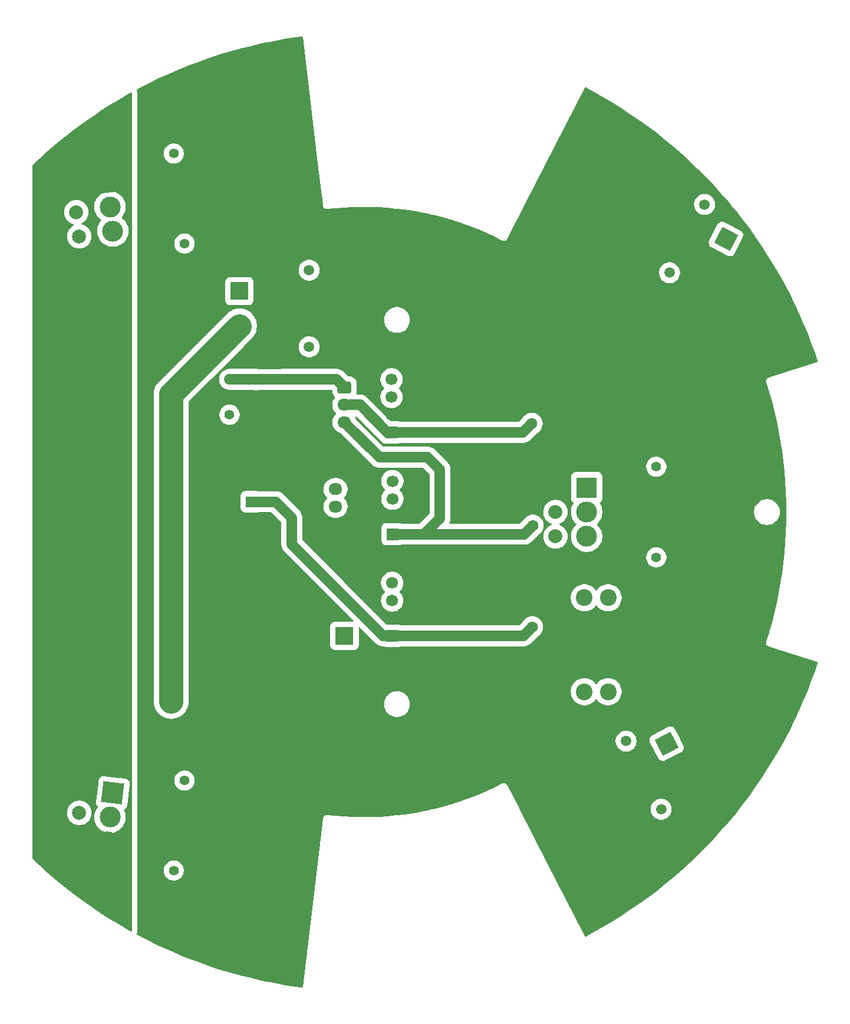
<source format=gbr>
%TF.GenerationSoftware,KiCad,Pcbnew,9.0.4-9.0.4-0~ubuntu24.04.1*%
%TF.CreationDate,2025-10-05T17:55:34-03:00*%
%TF.ProjectId,power_board,706f7765-725f-4626-9f61-72642e6b6963,V01*%
%TF.SameCoordinates,Original*%
%TF.FileFunction,Copper,L2,Bot*%
%TF.FilePolarity,Positive*%
%FSLAX46Y46*%
G04 Gerber Fmt 4.6, Leading zero omitted, Abs format (unit mm)*
G04 Created by KiCad (PCBNEW 9.0.4-9.0.4-0~ubuntu24.04.1) date 2025-10-05 17:55:34*
%MOMM*%
%LPD*%
G01*
G04 APERTURE LIST*
G04 Aperture macros list*
%AMRoundRect*
0 Rectangle with rounded corners*
0 $1 Rounding radius*
0 $2 $3 $4 $5 $6 $7 $8 $9 X,Y pos of 4 corners*
0 Add a 4 corners polygon primitive as box body*
4,1,4,$2,$3,$4,$5,$6,$7,$8,$9,$2,$3,0*
0 Add four circle primitives for the rounded corners*
1,1,$1+$1,$2,$3*
1,1,$1+$1,$4,$5*
1,1,$1+$1,$6,$7*
1,1,$1+$1,$8,$9*
0 Add four rect primitives between the rounded corners*
20,1,$1+$1,$2,$3,$4,$5,0*
20,1,$1+$1,$4,$5,$6,$7,0*
20,1,$1+$1,$6,$7,$8,$9,0*
20,1,$1+$1,$8,$9,$2,$3,0*%
%AMRotRect*
0 Rectangle, with rotation*
0 The origin of the aperture is its center*
0 $1 length*
0 $2 width*
0 $3 Rotation angle, in degrees counterclockwise*
0 Add horizontal line*
21,1,$1,$2,0,0,$3*%
G04 Aperture macros list end*
%TA.AperFunction,ComponentPad*%
%ADD10R,1.700000X1.700000*%
%TD*%
%TA.AperFunction,ComponentPad*%
%ADD11C,1.700000*%
%TD*%
%TA.AperFunction,ComponentPad*%
%ADD12C,1.600000*%
%TD*%
%TA.AperFunction,ComponentPad*%
%ADD13C,1.400000*%
%TD*%
%TA.AperFunction,ComponentPad*%
%ADD14R,3.000000X3.000000*%
%TD*%
%TA.AperFunction,ComponentPad*%
%ADD15C,3.000000*%
%TD*%
%TA.AperFunction,ComponentPad*%
%ADD16R,2.600000X2.600000*%
%TD*%
%TA.AperFunction,ComponentPad*%
%ADD17O,2.600000X2.600000*%
%TD*%
%TA.AperFunction,ComponentPad*%
%ADD18C,2.000000*%
%TD*%
%TA.AperFunction,ComponentPad*%
%ADD19RoundRect,0.250000X0.725000X-0.600000X0.725000X0.600000X-0.725000X0.600000X-0.725000X-0.600000X0*%
%TD*%
%TA.AperFunction,ComponentPad*%
%ADD20O,1.950000X1.700000*%
%TD*%
%TA.AperFunction,ComponentPad*%
%ADD21RotRect,3.000000X3.000000X276.800000*%
%TD*%
%TA.AperFunction,ComponentPad*%
%ADD22RotRect,3.000000X3.000000X263.200000*%
%TD*%
%TA.AperFunction,ComponentPad*%
%ADD23C,2.550000*%
%TD*%
%TA.AperFunction,ComponentPad*%
%ADD24R,2.550000X2.550000*%
%TD*%
%TA.AperFunction,ComponentPad*%
%ADD25C,1.508000*%
%TD*%
%TA.AperFunction,ComponentPad*%
%ADD26O,1.400000X1.400000*%
%TD*%
%TA.AperFunction,ComponentPad*%
%ADD27RoundRect,0.250000X-0.725000X0.600000X-0.725000X-0.600000X0.725000X-0.600000X0.725000X0.600000X0*%
%TD*%
%TA.AperFunction,ComponentPad*%
%ADD28R,1.575000X1.575000*%
%TD*%
%TA.AperFunction,ComponentPad*%
%ADD29C,1.575000*%
%TD*%
%TA.AperFunction,ComponentPad*%
%ADD30RotRect,2.550000X2.550000X117.200000*%
%TD*%
%TA.AperFunction,ComponentPad*%
%ADD31C,2.400000*%
%TD*%
%TA.AperFunction,ComponentPad*%
%ADD32RotRect,2.550000X2.550000X62.800000*%
%TD*%
%TA.AperFunction,ViaPad*%
%ADD33C,0.600000*%
%TD*%
%TA.AperFunction,Conductor*%
%ADD34C,1.500000*%
%TD*%
%TA.AperFunction,Conductor*%
%ADD35C,3.500000*%
%TD*%
G04 APERTURE END LIST*
D10*
%TO.P,J3,1,Pin_1*%
%TO.N,+3.3V*%
X93065000Y-92660000D03*
D11*
%TO.P,J3,2,Pin_2*%
%TO.N,GND*%
X93065000Y-90120000D03*
%TO.P,J3,3,Pin_3*%
%TO.N,V_{ BATT}*%
X93065000Y-87580000D03*
%TO.P,J3,4,Pin_4*%
%TO.N,unconnected-(J3-Pin_4-Pad4)*%
X93065000Y-85040000D03*
%TD*%
D12*
%TO.P,C2,1*%
%TO.N,GND*%
X113295000Y-115580000D03*
%TO.P,C2,2*%
%TO.N,+12V*%
X113295000Y-120580000D03*
%TD*%
D13*
%TO.P,J9,*%
%TO.N,*%
X131095891Y-97590000D03*
X131095891Y-110590000D03*
D14*
%TO.P,J9,1,Pin_1*%
%TO.N,/B_{4s}*%
X121095891Y-100590000D03*
D15*
%TO.P,J9,2,Pin_2*%
%TO.N,Net-(J9-Pin_2)*%
X121095891Y-104090000D03*
%TO.P,J9,3,Pin_3*%
%TO.N,/B_{6s}*%
X121095891Y-107590000D03*
%TD*%
D16*
%TO.P,D1,1,K*%
%TO.N,V_{ BATT}*%
X86305000Y-121870000D03*
D17*
%TO.P,D1,2,A*%
%TO.N,GND*%
X73605000Y-121870000D03*
%TD*%
D18*
%TO.P,TP10,1,1*%
%TO.N,/B_{4s}*%
X48205000Y-64523178D03*
%TD*%
D19*
%TO.P,J5,1,Pin_1*%
%TO.N,GND*%
X85035000Y-105815000D03*
D20*
%TO.P,J5,2,Pin_2*%
%TO.N,Net-(J5-Pin_2)*%
X85035000Y-103315000D03*
%TO.P,J5,3,Pin_3*%
%TO.N,V_{ BATT}*%
X85035000Y-100815000D03*
%TD*%
D18*
%TO.P,TP8,1,1*%
%TO.N,/B_{6s}*%
X116605000Y-107590000D03*
%TD*%
D12*
%TO.P,C3,1*%
%TO.N,GND*%
X113362000Y-100995000D03*
%TO.P,C3,2*%
%TO.N,+5V*%
X113362000Y-105995000D03*
%TD*%
D13*
%TO.P,J10,*%
%TO.N,*%
X61784402Y-52639858D03*
X63323654Y-65548412D03*
D21*
%TO.P,J10,1,Pin_1*%
%TO.N,/B_{2s}*%
X52209960Y-56802794D03*
D15*
%TO.P,J10,2,Pin_2*%
%TO.N,Net-(J10-Pin_2)*%
X52624375Y-60278174D03*
%TO.P,J10,3,Pin_3*%
%TO.N,/B_{4s}*%
X53038788Y-63753553D03*
%TD*%
D13*
%TO.P,J11,*%
%TO.N,*%
X63323654Y-142631590D03*
X61784405Y-155540141D03*
D22*
%TO.P,J11,1,Pin_1*%
%TO.N,/B_{GND}*%
X53038787Y-144426447D03*
D15*
%TO.P,J11,2,Pin_2*%
%TO.N,Net-(J11-Pin_2)*%
X52624373Y-147901826D03*
%TO.P,J11,3,Pin_3*%
%TO.N,/B_{2s}*%
X52209959Y-151377206D03*
%TD*%
D23*
%TO.P,J8,N,N*%
%TO.N,GND_{BMS}*%
X71225000Y-77380000D03*
D24*
%TO.P,J8,P,P*%
%TO.N,V_{ BATT}*%
X71225000Y-72380000D03*
D25*
%TO.P,J8,S1*%
%TO.N,N/C*%
X81225000Y-80380000D03*
%TO.P,J8,S2*%
X81225000Y-69380000D03*
%TD*%
D18*
%TO.P,TP12,1,1*%
%TO.N,/B_{2s}*%
X47790586Y-150745380D03*
%TD*%
D10*
%TO.P,J1,1,Pin_1*%
%TO.N,+12V*%
X93163000Y-121870000D03*
D11*
%TO.P,J1,2,Pin_2*%
%TO.N,GND*%
X93163000Y-119330000D03*
%TO.P,J1,3,Pin_3*%
%TO.N,V_{ BATT}*%
X93163000Y-116790000D03*
%TO.P,J1,4,Pin_4*%
%TO.N,unconnected-(J1-Pin_4-Pad4)*%
X93163000Y-114250000D03*
%TD*%
D12*
%TO.P,C4,1*%
%TO.N,GND*%
X113235000Y-86390000D03*
%TO.P,C4,2*%
%TO.N,+3.3V*%
X113235000Y-91390000D03*
%TD*%
%TO.P,C1,1*%
%TO.N,GND*%
X73605000Y-90080000D03*
%TO.P,C1,2*%
%TO.N,/V_{MON}*%
X73605000Y-85080000D03*
%TD*%
D13*
%TO.P,R2,1*%
%TO.N,/V_{MON}*%
X77415000Y-85040000D03*
D26*
%TO.P,R2,2*%
%TO.N,GND*%
X77415000Y-90120000D03*
%TD*%
D27*
%TO.P,J4,1,Pin_1*%
%TO.N,/V_{MON}*%
X86305000Y-86210000D03*
D20*
%TO.P,J4,2,Pin_2*%
%TO.N,+3.3V*%
X86305000Y-88710000D03*
%TO.P,J4,3,Pin_3*%
%TO.N,+5V*%
X86305000Y-91210000D03*
%TD*%
D28*
%TO.P,J12,1,Pin_1*%
%TO.N,+12V*%
X72898000Y-102616000D03*
D29*
%TO.P,J12,2,Pin_2*%
%TO.N,GND*%
X72898000Y-105116000D03*
%TD*%
D23*
%TO.P,J7,N,N*%
%TO.N,GND*%
X134860827Y-141794051D03*
D30*
%TO.P,J7,P,P*%
%TO.N,V_{ BATT}*%
X132575337Y-137346969D03*
D25*
%TO.P,J7,S1*%
%TO.N,N/C*%
X126756961Y-136964210D03*
%TO.P,J7,S2*%
X131785039Y-146747790D03*
%TD*%
D18*
%TO.P,TP9,1,1*%
%TO.N,Net-(J9-Pin_2)*%
X116605000Y-104090000D03*
%TD*%
%TO.P,TP13,1,1*%
%TO.N,Net-(J11-Pin_2)*%
X48205000Y-147270000D03*
%TD*%
D13*
%TO.P,R1,1*%
%TO.N,V_{ BATT}*%
X69795000Y-90120000D03*
D26*
%TO.P,R1,2*%
%TO.N,/V_{MON}*%
X69795000Y-85040000D03*
%TD*%
D31*
%TO.P,F1,1_1*%
%TO.N,V_{ BATT}*%
X120760891Y-129875000D03*
%TO.P,F1,1_2*%
X124160891Y-129875000D03*
%TO.P,F1,2_1*%
%TO.N,/B_{6s}*%
X120760891Y-116405000D03*
%TO.P,F1,2_2*%
X124160891Y-116405000D03*
%TD*%
D10*
%TO.P,J2,1,Pin_1*%
%TO.N,+5V*%
X93192000Y-107265000D03*
D11*
%TO.P,J2,2,Pin_2*%
%TO.N,GND*%
X93192000Y-104725000D03*
%TO.P,J2,3,Pin_3*%
%TO.N,V_{ BATT}*%
X93192000Y-102185000D03*
%TO.P,J2,4,Pin_4*%
%TO.N,unconnected-(J2-Pin_4-Pad4)*%
X93192000Y-99645000D03*
%TD*%
D18*
%TO.P,TP11,1,1*%
%TO.N,Net-(J10-Pin_2)*%
X47790585Y-61047799D03*
%TD*%
D23*
%TO.P,J6,N,N*%
%TO.N,GND*%
X138814684Y-69352859D03*
D32*
%TO.P,J6,P,P*%
%TO.N,V_{ BATT}*%
X141100174Y-64905777D03*
D25*
%TO.P,J6,S1*%
%TO.N,N/C*%
X138024386Y-59952038D03*
%TO.P,J6,S2*%
X132996308Y-69735618D03*
%TD*%
D33*
%TO.N,GND_{BMS}*%
X61413000Y-129998000D03*
X61413000Y-132538000D03*
X61413000Y-131268000D03*
%TD*%
D34*
%TO.N,+12V*%
X76454000Y-102616000D02*
X72898000Y-102616000D01*
X91898000Y-121870000D02*
X78740000Y-108712000D01*
X78740000Y-108712000D02*
X78740000Y-104902000D01*
X112005000Y-121870000D02*
X93163000Y-121870000D01*
X113295000Y-120580000D02*
X112005000Y-121870000D01*
X78740000Y-104902000D02*
X76454000Y-102616000D01*
X93163000Y-121870000D02*
X91898000Y-121870000D01*
%TO.N,+5V*%
X86305000Y-91210000D02*
X91311000Y-96216000D01*
X98243000Y-96216000D02*
X100021000Y-97994000D01*
X100021000Y-97994000D02*
X100021000Y-104979000D01*
X100021000Y-104979000D02*
X97735000Y-107265000D01*
X97735000Y-107265000D02*
X112092000Y-107265000D01*
X112092000Y-107265000D02*
X113362000Y-105995000D01*
X93192000Y-107265000D02*
X97735000Y-107265000D01*
X91311000Y-96216000D02*
X98243000Y-96216000D01*
%TO.N,+3.3V*%
X86305000Y-88710000D02*
X88530000Y-88710000D01*
X88530000Y-88710000D02*
X92480000Y-92660000D01*
X92480000Y-92660000D02*
X93065000Y-92660000D01*
X113235000Y-91390000D02*
X111965000Y-92660000D01*
X111965000Y-92660000D02*
X93065000Y-92660000D01*
%TO.N,/V_{MON}*%
X85135000Y-85040000D02*
X86305000Y-86210000D01*
X77375000Y-85080000D02*
X77415000Y-85040000D01*
X77415000Y-85040000D02*
X85135000Y-85040000D01*
X69795000Y-85040000D02*
X73565000Y-85040000D01*
X73565000Y-85040000D02*
X73605000Y-85080000D01*
X73605000Y-85080000D02*
X77375000Y-85080000D01*
D35*
%TO.N,GND_{BMS}*%
X61413000Y-87192000D02*
X61413000Y-129998000D01*
X71225000Y-77380000D02*
X61413000Y-87192000D01*
X61413000Y-129998000D02*
X61413000Y-131268000D01*
%TD*%
%TA.AperFunction,Conductor*%
%TO.N,GND*%
G36*
X80249190Y-35860439D02*
G01*
X80301439Y-35906827D01*
X80319444Y-35957857D01*
X82482376Y-54013909D01*
X83196830Y-59978145D01*
X83209959Y-60087741D01*
X83225634Y-60218597D01*
X83274639Y-60340927D01*
X83274643Y-60340933D01*
X83282286Y-60351138D01*
X83282289Y-60351141D01*
X83293301Y-60365844D01*
X83353638Y-60446409D01*
X83457246Y-60527849D01*
X83578401Y-60579700D01*
X83708848Y-60598426D01*
X83773431Y-60590688D01*
X83775016Y-60590510D01*
X85003711Y-60460907D01*
X85007075Y-60460600D01*
X86237959Y-60365840D01*
X86241355Y-60365627D01*
X87474490Y-60305678D01*
X87477859Y-60305563D01*
X88712131Y-60280481D01*
X88715519Y-60280460D01*
X89949974Y-60290261D01*
X89953476Y-60290338D01*
X90099035Y-60295609D01*
X91187117Y-60335011D01*
X91190591Y-60335186D01*
X92422536Y-60414701D01*
X92425996Y-60414974D01*
X93655135Y-60529258D01*
X93658534Y-60529622D01*
X94884065Y-60678602D01*
X94887438Y-60679061D01*
X96108243Y-60862604D01*
X96111631Y-60863163D01*
X97326720Y-61081116D01*
X97330103Y-61081772D01*
X98538556Y-61333972D01*
X98541943Y-61334729D01*
X99742797Y-61620974D01*
X99746136Y-61621820D01*
X100938422Y-61941880D01*
X100941715Y-61942814D01*
X102124488Y-62296433D01*
X102127763Y-62297463D01*
X103300082Y-62684363D01*
X103303332Y-62685487D01*
X104464249Y-63105353D01*
X104467428Y-63106554D01*
X105616011Y-63559052D01*
X105619214Y-63560366D01*
X106754584Y-64045147D01*
X106757725Y-64046542D01*
X107878871Y-64563174D01*
X107881969Y-64564655D01*
X108989657Y-65113544D01*
X109048293Y-65143639D01*
X109048295Y-65143640D01*
X109116783Y-65158409D01*
X109161981Y-65168156D01*
X109167670Y-65169383D01*
X109179224Y-65172833D01*
X109191861Y-65170690D01*
X109308741Y-65164911D01*
X109434195Y-65124558D01*
X109544930Y-65053110D01*
X109633399Y-64955436D01*
X109693575Y-64838192D01*
X109693575Y-64838189D01*
X109697495Y-64830553D01*
X109697497Y-64830545D01*
X112262167Y-59833631D01*
X136519886Y-59833631D01*
X136519886Y-60070445D01*
X136522626Y-60087742D01*
X136556932Y-60304344D01*
X136556932Y-60304347D01*
X136630109Y-60529562D01*
X136665197Y-60598426D01*
X136737622Y-60740568D01*
X136876818Y-60932154D01*
X137044270Y-61099606D01*
X137235856Y-61238802D01*
X137423337Y-61334328D01*
X137446861Y-61346314D01*
X137672077Y-61419491D01*
X137672078Y-61419491D01*
X137672081Y-61419492D01*
X137905979Y-61456538D01*
X137905980Y-61456538D01*
X138142792Y-61456538D01*
X138142793Y-61456538D01*
X138376691Y-61419492D01*
X138376694Y-61419491D01*
X138376695Y-61419491D01*
X138601910Y-61346314D01*
X138601910Y-61346313D01*
X138601913Y-61346313D01*
X138812916Y-61238802D01*
X139004502Y-61099606D01*
X139171954Y-60932154D01*
X139311150Y-60740568D01*
X139418661Y-60529565D01*
X139419219Y-60527847D01*
X139491839Y-60304347D01*
X139491839Y-60304346D01*
X139491840Y-60304343D01*
X139528886Y-60070445D01*
X139528886Y-59833631D01*
X139491840Y-59599733D01*
X139491839Y-59599729D01*
X139491839Y-59599728D01*
X139418662Y-59374513D01*
X139394445Y-59326985D01*
X139311150Y-59163508D01*
X139171954Y-58971922D01*
X139004502Y-58804470D01*
X138812916Y-58665274D01*
X138601910Y-58557761D01*
X138376694Y-58484584D01*
X138201267Y-58456799D01*
X138142793Y-58447538D01*
X137905979Y-58447538D01*
X137828013Y-58459886D01*
X137672079Y-58484584D01*
X137672076Y-58484584D01*
X137446861Y-58557761D01*
X137235855Y-58665274D01*
X137126548Y-58744690D01*
X137044270Y-58804470D01*
X137044268Y-58804472D01*
X137044267Y-58804472D01*
X136876820Y-58971919D01*
X136876820Y-58971920D01*
X136876818Y-58971922D01*
X136817038Y-59054200D01*
X136737622Y-59163507D01*
X136630109Y-59374513D01*
X136556932Y-59599728D01*
X136556932Y-59599731D01*
X136556932Y-59599733D01*
X136519886Y-59833631D01*
X112262167Y-59833631D01*
X120790523Y-43217281D01*
X120838646Y-43166629D01*
X120906516Y-43150034D01*
X120958729Y-43164246D01*
X121809553Y-43613423D01*
X121812027Y-43614766D01*
X122360741Y-43920860D01*
X123197643Y-44387717D01*
X123200128Y-44389141D01*
X124567521Y-45193889D01*
X124569972Y-45195370D01*
X125918411Y-46031488D01*
X125920815Y-46033018D01*
X127249540Y-46900031D01*
X127251921Y-46901623D01*
X128560353Y-47799156D01*
X128562696Y-47800804D01*
X129849982Y-48728272D01*
X129852286Y-48729973D01*
X131117806Y-49686928D01*
X131120071Y-49688682D01*
X132363184Y-50674639D01*
X132365407Y-50676445D01*
X133585365Y-51690811D01*
X133587546Y-51692667D01*
X134783794Y-52734979D01*
X134785932Y-52736886D01*
X135957756Y-53806526D01*
X135959849Y-53808481D01*
X137106655Y-54904901D01*
X137108703Y-54906904D01*
X138229920Y-56029564D01*
X138231920Y-56031614D01*
X139326864Y-57179827D01*
X139328817Y-57181923D01*
X140396950Y-58355122D01*
X140398843Y-58357250D01*
X141439649Y-59554874D01*
X141441461Y-59557008D01*
X142179045Y-60446409D01*
X142454296Y-60778315D01*
X142456099Y-60780541D01*
X143440440Y-62024900D01*
X143442191Y-62027167D01*
X144397533Y-63293937D01*
X144399231Y-63296244D01*
X144736944Y-63766247D01*
X145180515Y-64383577D01*
X145325029Y-64584700D01*
X145326667Y-64587035D01*
X146222513Y-65896613D01*
X146224081Y-65898963D01*
X147089430Y-67228871D01*
X147090964Y-67231289D01*
X147925339Y-68580789D01*
X147926817Y-68583243D01*
X148729796Y-69951649D01*
X148731217Y-69954136D01*
X149502381Y-71340738D01*
X149503744Y-71343257D01*
X150242667Y-72747284D01*
X150243972Y-72749834D01*
X150950284Y-74170589D01*
X150951529Y-74173168D01*
X151624820Y-75609821D01*
X151626006Y-75612429D01*
X152265941Y-77064272D01*
X152267066Y-77066906D01*
X152873308Y-78533167D01*
X152874371Y-78535826D01*
X153446568Y-80015660D01*
X153447570Y-80018344D01*
X153985426Y-81510980D01*
X153986366Y-81513685D01*
X154291525Y-82426100D01*
X154294121Y-82495922D01*
X154258556Y-82556063D01*
X154211898Y-82583475D01*
X147260291Y-84819543D01*
X147134834Y-84859897D01*
X147062294Y-84906701D01*
X147062289Y-84906704D01*
X147024102Y-84931344D01*
X147024101Y-84931344D01*
X147024101Y-84931345D01*
X146975956Y-84984500D01*
X146935633Y-85029018D01*
X146935632Y-85029019D01*
X146935631Y-85029021D01*
X146935629Y-85029023D01*
X146875456Y-85146261D01*
X146855901Y-85236951D01*
X146855900Y-85236953D01*
X146847677Y-85275078D01*
X146847677Y-85275085D01*
X146854186Y-85406711D01*
X146872112Y-85462437D01*
X146872116Y-85462448D01*
X146874136Y-85468731D01*
X146874540Y-85470012D01*
X147141808Y-86336358D01*
X147303052Y-86859032D01*
X147303893Y-86861879D01*
X147698800Y-88259928D01*
X147699572Y-88262794D01*
X148060886Y-89669837D01*
X148061590Y-89672720D01*
X148389130Y-91088046D01*
X148389765Y-91090946D01*
X148683334Y-92513720D01*
X148683899Y-92516634D01*
X148943328Y-93946020D01*
X148943823Y-93948947D01*
X149168960Y-95384119D01*
X149169385Y-95387057D01*
X149360109Y-96827236D01*
X149360463Y-96830183D01*
X149516653Y-98274469D01*
X149516937Y-98277424D01*
X149638514Y-99725065D01*
X149638727Y-99728025D01*
X149725618Y-101178162D01*
X149725760Y-101181127D01*
X149777913Y-102632923D01*
X149777984Y-102635891D01*
X149795373Y-104088581D01*
X149795373Y-104091549D01*
X149777985Y-105544108D01*
X149777914Y-105547076D01*
X149725761Y-106998872D01*
X149725619Y-107001837D01*
X149638728Y-108451974D01*
X149638515Y-108454934D01*
X149516938Y-109902575D01*
X149516654Y-109905530D01*
X149360464Y-111349816D01*
X149360110Y-111352763D01*
X149169386Y-112792942D01*
X149168961Y-112795880D01*
X148943824Y-114231052D01*
X148943329Y-114233979D01*
X148683900Y-115663366D01*
X148683335Y-115666280D01*
X148389766Y-117089053D01*
X148389131Y-117091953D01*
X148061591Y-118507279D01*
X148060887Y-118510162D01*
X147699573Y-119917205D01*
X147698801Y-119920071D01*
X147303894Y-121318120D01*
X147303053Y-121320967D01*
X146874561Y-122709920D01*
X146874115Y-122711335D01*
X146854186Y-122773289D01*
X146854186Y-122773291D01*
X146847677Y-122904916D01*
X146875457Y-123033740D01*
X146900919Y-123083348D01*
X146904184Y-123089709D01*
X146935632Y-123150981D01*
X146969757Y-123188656D01*
X146975863Y-123195398D01*
X146975865Y-123195400D01*
X147024101Y-123248656D01*
X147134835Y-123320103D01*
X147134837Y-123320104D01*
X147246287Y-123355952D01*
X154211900Y-125596524D01*
X154269690Y-125635791D01*
X154297078Y-125700069D01*
X154291525Y-125753898D01*
X153986366Y-126666314D01*
X153985426Y-126669019D01*
X153447570Y-128161655D01*
X153446568Y-128164339D01*
X152874371Y-129644173D01*
X152873308Y-129646832D01*
X152267066Y-131113093D01*
X152265941Y-131115727D01*
X151626006Y-132567570D01*
X151624820Y-132570178D01*
X150951529Y-134006831D01*
X150950284Y-134009410D01*
X150243972Y-135430165D01*
X150242667Y-135432715D01*
X149503744Y-136836742D01*
X149502381Y-136839261D01*
X148731217Y-138225863D01*
X148729796Y-138228350D01*
X147926817Y-139596756D01*
X147925339Y-139599210D01*
X147090964Y-140948710D01*
X147089430Y-140951128D01*
X146224081Y-142281036D01*
X146222491Y-142283419D01*
X145326674Y-143592954D01*
X145325029Y-143595299D01*
X144399231Y-144883755D01*
X144397533Y-144886062D01*
X143442191Y-146152832D01*
X143440440Y-146155099D01*
X142456099Y-147399458D01*
X142454296Y-147401684D01*
X141441482Y-148622966D01*
X141439629Y-148625149D01*
X140398854Y-149822737D01*
X140396950Y-149824877D01*
X139328817Y-150998076D01*
X139326864Y-151000172D01*
X138231920Y-152148385D01*
X138229920Y-152150435D01*
X137108703Y-153273095D01*
X137106655Y-153275098D01*
X135959849Y-154371518D01*
X135957756Y-154373473D01*
X134785932Y-155443113D01*
X134783794Y-155445020D01*
X133587546Y-156487332D01*
X133585365Y-156489188D01*
X132365407Y-157503554D01*
X132363184Y-157505360D01*
X131120071Y-158491317D01*
X131117806Y-158493071D01*
X129852286Y-159450026D01*
X129849982Y-159451727D01*
X128562696Y-160379195D01*
X128560353Y-160380843D01*
X127251921Y-161278376D01*
X127249540Y-161279968D01*
X125920828Y-162146973D01*
X125918411Y-162148511D01*
X124569972Y-162984629D01*
X124567521Y-162986110D01*
X123200128Y-163790858D01*
X123197643Y-163792282D01*
X121812049Y-164565221D01*
X121809531Y-164566588D01*
X120958731Y-165015751D01*
X120890256Y-165029641D01*
X120825142Y-165004307D01*
X120790522Y-164962715D01*
X120604807Y-164600875D01*
X115386529Y-154433763D01*
X111407485Y-146681132D01*
X111380925Y-146629383D01*
X130280539Y-146629383D01*
X130280539Y-146866196D01*
X130317585Y-147100096D01*
X130317585Y-147100099D01*
X130390762Y-147325314D01*
X130430875Y-147404040D01*
X130498275Y-147536320D01*
X130637471Y-147727906D01*
X130804923Y-147895358D01*
X130996509Y-148034554D01*
X131109754Y-148092255D01*
X131207514Y-148142066D01*
X131432730Y-148215243D01*
X131432731Y-148215243D01*
X131432734Y-148215244D01*
X131666632Y-148252290D01*
X131666633Y-148252290D01*
X131903445Y-148252290D01*
X131903446Y-148252290D01*
X132137344Y-148215244D01*
X132137347Y-148215243D01*
X132137348Y-148215243D01*
X132362563Y-148142066D01*
X132362563Y-148142065D01*
X132362566Y-148142065D01*
X132573569Y-148034554D01*
X132765155Y-147895358D01*
X132932607Y-147727906D01*
X133071803Y-147536320D01*
X133179314Y-147325317D01*
X133252493Y-147100095D01*
X133289539Y-146866197D01*
X133289539Y-146629383D01*
X133252493Y-146395485D01*
X133252492Y-146395481D01*
X133252492Y-146395480D01*
X133179315Y-146170265D01*
X133170432Y-146152832D01*
X133071803Y-145959260D01*
X132932607Y-145767674D01*
X132765155Y-145600222D01*
X132573569Y-145461026D01*
X132362563Y-145353513D01*
X132137347Y-145280336D01*
X131961920Y-145252551D01*
X131903446Y-145243290D01*
X131666632Y-145243290D01*
X131588666Y-145255638D01*
X131432732Y-145280336D01*
X131432729Y-145280336D01*
X131207514Y-145353513D01*
X130996508Y-145461026D01*
X130887201Y-145540442D01*
X130804923Y-145600222D01*
X130804921Y-145600224D01*
X130804920Y-145600224D01*
X130637473Y-145767671D01*
X130637473Y-145767672D01*
X130637471Y-145767674D01*
X130623603Y-145786762D01*
X130498275Y-145959259D01*
X130390762Y-146170265D01*
X130317585Y-146395480D01*
X130317585Y-146395483D01*
X130280539Y-146629383D01*
X111380925Y-146629383D01*
X109696826Y-143348144D01*
X109696819Y-143348128D01*
X109633400Y-143224565D01*
X109544928Y-143126888D01*
X109434196Y-143055442D01*
X109308741Y-143015089D01*
X109177118Y-143008580D01*
X109177117Y-143008580D01*
X109177116Y-143008580D01*
X109177114Y-143008580D01*
X109177110Y-143008580D01*
X109121555Y-143020561D01*
X109121554Y-143020560D01*
X109069929Y-143031694D01*
X109069925Y-143031695D01*
X109048295Y-143036360D01*
X109048293Y-143036360D01*
X109048293Y-143036361D01*
X109024458Y-143048593D01*
X109024444Y-143048599D01*
X108990445Y-143066049D01*
X108988884Y-143066837D01*
X107882001Y-143615329D01*
X107878839Y-143616840D01*
X106757756Y-144133443D01*
X106754554Y-144134865D01*
X105619233Y-144619625D01*
X105615991Y-144620955D01*
X104467477Y-145073426D01*
X104464199Y-145074664D01*
X103303363Y-145494501D01*
X103300052Y-145495646D01*
X102127797Y-145882525D01*
X102124454Y-145883576D01*
X100941753Y-146237174D01*
X100938383Y-146238130D01*
X99746165Y-146558171D01*
X99742768Y-146559032D01*
X98541959Y-146845266D01*
X98538540Y-146846030D01*
X97330131Y-147098221D01*
X97326691Y-147098888D01*
X96111666Y-147316830D01*
X96108209Y-147317400D01*
X94887487Y-147500931D01*
X94884015Y-147501403D01*
X93658576Y-147650372D01*
X93655092Y-147650745D01*
X92426013Y-147765023D01*
X92422520Y-147765299D01*
X91190604Y-147844812D01*
X91187104Y-147844988D01*
X89953476Y-147889661D01*
X89949974Y-147889738D01*
X88715577Y-147899539D01*
X88712073Y-147899517D01*
X87477926Y-147874438D01*
X87474424Y-147874318D01*
X86241405Y-147814375D01*
X86237908Y-147814155D01*
X85007138Y-147719404D01*
X85003649Y-147719086D01*
X83775075Y-147589495D01*
X83773334Y-147589299D01*
X83721180Y-147583051D01*
X83708848Y-147581574D01*
X83708847Y-147581574D01*
X83708843Y-147581574D01*
X83578401Y-147600300D01*
X83460532Y-147650745D01*
X83457244Y-147652152D01*
X83353639Y-147733589D01*
X83311115Y-147790370D01*
X83311114Y-147790371D01*
X83274642Y-147839068D01*
X83274638Y-147839075D01*
X83230195Y-147950019D01*
X83225634Y-147961404D01*
X83225634Y-147961406D01*
X83209959Y-148092255D01*
X83209959Y-148092257D01*
X82861744Y-150999137D01*
X80319444Y-172222142D01*
X80291925Y-172286365D01*
X80234054Y-172325514D01*
X80180157Y-172330336D01*
X79228762Y-172205224D01*
X79225931Y-172204818D01*
X77660544Y-171962120D01*
X77657723Y-171961649D01*
X76098376Y-171682921D01*
X76095567Y-171682386D01*
X74542971Y-171367751D01*
X74540175Y-171367150D01*
X72995365Y-171016822D01*
X72992583Y-171016158D01*
X71456150Y-170630269D01*
X71453385Y-170629540D01*
X69926340Y-170208345D01*
X69923592Y-170207553D01*
X68406644Y-169751246D01*
X68403915Y-169750391D01*
X66897868Y-169259215D01*
X66895160Y-169258297D01*
X65400880Y-168732534D01*
X65398193Y-168731554D01*
X63962264Y-168188795D01*
X63916372Y-168171448D01*
X63913754Y-168170424D01*
X63439805Y-167978673D01*
X62445264Y-167576301D01*
X62442626Y-167575198D01*
X60988253Y-166947380D01*
X60985640Y-166946216D01*
X59546120Y-166285018D01*
X59543557Y-166283805D01*
X58119637Y-165589573D01*
X58117142Y-165588321D01*
X56709589Y-164861423D01*
X56707064Y-164860081D01*
X56520505Y-164758221D01*
X56471098Y-164708818D01*
X56456244Y-164640545D01*
X56465810Y-164600878D01*
X56530210Y-164449388D01*
X56549895Y-164382349D01*
X56560135Y-164343724D01*
X56580500Y-164169494D01*
X56580500Y-155425978D01*
X60333905Y-155425978D01*
X60333905Y-155654303D01*
X60369620Y-155879801D01*
X60440175Y-156096944D01*
X60543826Y-156300369D01*
X60678026Y-156485078D01*
X60839468Y-156646520D01*
X61024177Y-156780720D01*
X61120289Y-156829691D01*
X61227601Y-156884370D01*
X61227603Y-156884370D01*
X61227606Y-156884372D01*
X61343997Y-156922190D01*
X61444744Y-156954925D01*
X61670243Y-156990641D01*
X61670248Y-156990641D01*
X61898567Y-156990641D01*
X62124065Y-156954925D01*
X62341204Y-156884372D01*
X62544633Y-156780720D01*
X62729342Y-156646520D01*
X62890784Y-156485078D01*
X63024984Y-156300369D01*
X63128636Y-156096940D01*
X63199189Y-155879801D01*
X63234905Y-155654303D01*
X63234905Y-155425978D01*
X63199189Y-155200480D01*
X63128634Y-154983337D01*
X63024983Y-154779912D01*
X62890784Y-154595204D01*
X62729342Y-154433762D01*
X62544633Y-154299562D01*
X62521311Y-154287679D01*
X62341208Y-154195911D01*
X62124065Y-154125356D01*
X61898567Y-154089641D01*
X61898562Y-154089641D01*
X61670248Y-154089641D01*
X61670243Y-154089641D01*
X61444744Y-154125356D01*
X61227601Y-154195911D01*
X61024176Y-154299562D01*
X60839466Y-154433763D01*
X60678027Y-154595202D01*
X60543826Y-154779912D01*
X60440175Y-154983337D01*
X60369620Y-155200480D01*
X60333905Y-155425978D01*
X56580500Y-155425978D01*
X56580500Y-142517427D01*
X61873154Y-142517427D01*
X61873154Y-142745752D01*
X61908869Y-142971250D01*
X61979424Y-143188393D01*
X62060814Y-143348128D01*
X62083075Y-143391818D01*
X62217275Y-143576527D01*
X62378717Y-143737969D01*
X62563426Y-143872169D01*
X62659538Y-143921140D01*
X62766850Y-143975819D01*
X62766852Y-143975819D01*
X62766855Y-143975821D01*
X62883246Y-144013639D01*
X62983993Y-144046374D01*
X63209492Y-144082090D01*
X63209497Y-144082090D01*
X63437816Y-144082090D01*
X63663314Y-144046374D01*
X63880453Y-143975821D01*
X64083882Y-143872169D01*
X64268591Y-143737969D01*
X64430033Y-143576527D01*
X64564233Y-143391818D01*
X64667885Y-143188389D01*
X64738438Y-142971250D01*
X64774154Y-142745752D01*
X64774154Y-142517427D01*
X64738438Y-142291929D01*
X64667883Y-142074786D01*
X64564232Y-141871361D01*
X64430033Y-141686653D01*
X64268591Y-141525211D01*
X64083882Y-141391011D01*
X63880457Y-141287360D01*
X63663314Y-141216805D01*
X63437816Y-141181090D01*
X63437811Y-141181090D01*
X63209497Y-141181090D01*
X63209492Y-141181090D01*
X62983993Y-141216805D01*
X62766850Y-141287360D01*
X62563425Y-141391011D01*
X62378715Y-141525212D01*
X62217276Y-141686651D01*
X62083075Y-141871361D01*
X61979424Y-142074786D01*
X61908869Y-142291929D01*
X61873154Y-142517427D01*
X56580500Y-142517427D01*
X56580500Y-136845803D01*
X125252461Y-136845803D01*
X125252461Y-137082616D01*
X125289507Y-137316516D01*
X125289507Y-137316519D01*
X125362684Y-137541734D01*
X125441194Y-137695818D01*
X125470197Y-137752740D01*
X125609393Y-137944326D01*
X125776845Y-138111778D01*
X125968431Y-138250974D01*
X126179434Y-138358485D01*
X126179436Y-138358486D01*
X126404652Y-138431663D01*
X126404653Y-138431663D01*
X126404656Y-138431664D01*
X126638554Y-138468710D01*
X126638555Y-138468710D01*
X126875367Y-138468710D01*
X126875368Y-138468710D01*
X127109266Y-138431664D01*
X127109269Y-138431663D01*
X127109270Y-138431663D01*
X127334485Y-138358486D01*
X127334485Y-138358485D01*
X127334488Y-138358485D01*
X127545491Y-138250974D01*
X127737077Y-138111778D01*
X127904529Y-137944326D01*
X128043725Y-137752740D01*
X128151236Y-137541737D01*
X128224415Y-137316515D01*
X128261461Y-137082617D01*
X128261461Y-136845803D01*
X128258129Y-136824766D01*
X130103479Y-136824766D01*
X130130519Y-136998109D01*
X130130522Y-136998119D01*
X130168165Y-137094336D01*
X131379477Y-139451294D01*
X131379481Y-139451301D01*
X131379483Y-139451304D01*
X131435807Y-139537927D01*
X131561013Y-139660823D01*
X131711185Y-139751532D01*
X131878228Y-139805164D01*
X131987546Y-139813702D01*
X132053134Y-139818826D01*
X132053135Y-139818825D01*
X132053137Y-139818826D01*
X132226483Y-139791785D01*
X132322704Y-139754141D01*
X134679672Y-138542823D01*
X134766295Y-138486499D01*
X134889191Y-138361293D01*
X134979900Y-138211121D01*
X135033532Y-138044078D01*
X135047194Y-137869169D01*
X135020153Y-137695823D01*
X134982509Y-137599602D01*
X134152249Y-135984092D01*
X133771196Y-135242643D01*
X133771194Y-135242639D01*
X133771191Y-135242634D01*
X133714867Y-135156011D01*
X133589661Y-135033115D01*
X133589660Y-135033114D01*
X133439489Y-134942406D01*
X133272447Y-134888774D01*
X133272440Y-134888773D01*
X133097539Y-134875111D01*
X132924196Y-134902151D01*
X132924186Y-134902154D01*
X132827969Y-134939797D01*
X130471011Y-136151109D01*
X130471000Y-136151116D01*
X130384381Y-136207437D01*
X130384379Y-136207439D01*
X130261482Y-136332645D01*
X130170774Y-136482815D01*
X130170774Y-136482816D01*
X130117142Y-136649858D01*
X130117141Y-136649865D01*
X130103479Y-136824766D01*
X128258129Y-136824766D01*
X128224415Y-136611905D01*
X128224414Y-136611901D01*
X128224414Y-136611900D01*
X128151237Y-136386685D01*
X128043724Y-136175679D01*
X128025873Y-136151109D01*
X127904529Y-135984094D01*
X127737077Y-135816642D01*
X127545491Y-135677446D01*
X127334485Y-135569933D01*
X127109269Y-135496756D01*
X126933842Y-135468971D01*
X126875368Y-135459710D01*
X126638554Y-135459710D01*
X126560588Y-135472058D01*
X126404654Y-135496756D01*
X126404651Y-135496756D01*
X126179436Y-135569933D01*
X125968430Y-135677446D01*
X125859123Y-135756862D01*
X125776845Y-135816642D01*
X125776843Y-135816644D01*
X125776842Y-135816644D01*
X125609395Y-135984091D01*
X125609395Y-135984092D01*
X125609393Y-135984094D01*
X125549613Y-136066372D01*
X125470197Y-136175679D01*
X125362684Y-136386685D01*
X125289507Y-136611900D01*
X125289507Y-136611903D01*
X125252461Y-136845803D01*
X56580500Y-136845803D01*
X56580500Y-87051568D01*
X58912500Y-87051568D01*
X58912500Y-131408431D01*
X58943942Y-131687494D01*
X58943945Y-131687512D01*
X59006439Y-131961317D01*
X59006443Y-131961329D01*
X59099200Y-132226411D01*
X59221053Y-132479442D01*
X59267275Y-132553004D01*
X59370477Y-132717248D01*
X59545584Y-132936825D01*
X59744175Y-133135416D01*
X59963752Y-133310523D01*
X60201555Y-133459945D01*
X60454592Y-133581801D01*
X60653680Y-133651465D01*
X60719670Y-133674556D01*
X60719682Y-133674560D01*
X60993491Y-133737055D01*
X60993497Y-133737055D01*
X60993505Y-133737057D01*
X61179547Y-133758018D01*
X61272569Y-133768499D01*
X61272572Y-133768500D01*
X61272575Y-133768500D01*
X61553428Y-133768500D01*
X61553429Y-133768499D01*
X61696055Y-133752429D01*
X61832494Y-133737057D01*
X61832499Y-133737056D01*
X61832509Y-133737055D01*
X62106318Y-133674560D01*
X62371408Y-133581801D01*
X62624445Y-133459945D01*
X62862248Y-133310523D01*
X63081825Y-133135416D01*
X63280416Y-132936825D01*
X63455523Y-132717248D01*
X63604945Y-132479445D01*
X63726801Y-132226408D01*
X63819560Y-131961318D01*
X63882055Y-131687509D01*
X63882057Y-131687494D01*
X63898301Y-131543330D01*
X91996643Y-131543330D01*
X91996643Y-131785907D01*
X92028304Y-132026404D01*
X92091090Y-132260723D01*
X92181687Y-132479442D01*
X92183919Y-132484831D01*
X92305207Y-132694908D01*
X92305209Y-132694911D01*
X92305210Y-132694912D01*
X92452876Y-132887355D01*
X92452882Y-132887362D01*
X92624399Y-133058879D01*
X92624405Y-133058884D01*
X92816854Y-133206555D01*
X93026931Y-133327843D01*
X93251043Y-133420673D01*
X93485354Y-133483457D01*
X93665729Y-133507203D01*
X93725854Y-133515119D01*
X93725855Y-133515119D01*
X93968432Y-133515119D01*
X94016531Y-133508786D01*
X94208932Y-133483457D01*
X94443243Y-133420673D01*
X94667355Y-133327843D01*
X94877432Y-133206555D01*
X95069881Y-133058884D01*
X95241408Y-132887357D01*
X95389079Y-132694908D01*
X95510367Y-132484831D01*
X95603197Y-132260719D01*
X95665981Y-132026408D01*
X95697643Y-131785907D01*
X95697643Y-131543331D01*
X95665981Y-131302830D01*
X95603197Y-131068519D01*
X95510367Y-130844407D01*
X95389079Y-130634330D01*
X95241408Y-130441881D01*
X95241403Y-130441875D01*
X95069886Y-130270358D01*
X95069879Y-130270352D01*
X94877436Y-130122686D01*
X94877435Y-130122685D01*
X94877432Y-130122683D01*
X94667355Y-130001395D01*
X94667348Y-130001392D01*
X94443247Y-129908566D01*
X94419379Y-129902170D01*
X94208932Y-129845781D01*
X94208931Y-129845780D01*
X94208928Y-129845780D01*
X93968432Y-129814119D01*
X93968431Y-129814119D01*
X93725855Y-129814119D01*
X93725854Y-129814119D01*
X93485357Y-129845780D01*
X93251038Y-129908566D01*
X93026937Y-130001392D01*
X93026928Y-130001396D01*
X92816849Y-130122686D01*
X92624406Y-130270352D01*
X92624399Y-130270358D01*
X92452882Y-130441875D01*
X92452876Y-130441882D01*
X92305210Y-130634325D01*
X92183920Y-130844404D01*
X92183916Y-130844413D01*
X92091090Y-131068514D01*
X92028304Y-131302833D01*
X91996643Y-131543330D01*
X63898301Y-131543330D01*
X63900322Y-131525389D01*
X63913499Y-131408431D01*
X63913500Y-131408427D01*
X63913500Y-129747149D01*
X118810391Y-129747149D01*
X118810391Y-130002850D01*
X118836348Y-130200007D01*
X118843765Y-130256340D01*
X118893481Y-130441882D01*
X118909941Y-130503312D01*
X118909944Y-130503322D01*
X119007785Y-130739531D01*
X119007790Y-130739542D01*
X119135625Y-130960957D01*
X119135636Y-130960973D01*
X119291279Y-131163811D01*
X119291285Y-131163818D01*
X119472072Y-131344605D01*
X119472078Y-131344610D01*
X119674926Y-131500261D01*
X119674933Y-131500265D01*
X119896348Y-131628100D01*
X119896353Y-131628102D01*
X119896356Y-131628104D01*
X120132578Y-131725950D01*
X120379551Y-131792126D01*
X120633048Y-131825500D01*
X120633055Y-131825500D01*
X120888727Y-131825500D01*
X120888734Y-131825500D01*
X121142231Y-131792126D01*
X121389204Y-131725950D01*
X121625426Y-131628104D01*
X121846856Y-131500261D01*
X122049704Y-131344610D01*
X122230501Y-131163813D01*
X122362515Y-130991768D01*
X122418943Y-130950566D01*
X122488689Y-130946411D01*
X122549609Y-130980623D01*
X122559267Y-130991769D01*
X122691279Y-131163811D01*
X122691285Y-131163818D01*
X122872072Y-131344605D01*
X122872078Y-131344610D01*
X123074926Y-131500261D01*
X123074933Y-131500265D01*
X123296348Y-131628100D01*
X123296353Y-131628102D01*
X123296356Y-131628104D01*
X123532578Y-131725950D01*
X123779551Y-131792126D01*
X124033048Y-131825500D01*
X124033055Y-131825500D01*
X124288727Y-131825500D01*
X124288734Y-131825500D01*
X124542231Y-131792126D01*
X124789204Y-131725950D01*
X125025426Y-131628104D01*
X125246856Y-131500261D01*
X125449704Y-131344610D01*
X125630501Y-131163813D01*
X125786152Y-130960965D01*
X125913995Y-130739535D01*
X126011841Y-130503313D01*
X126078017Y-130256340D01*
X126111391Y-130002843D01*
X126111391Y-129747157D01*
X126078017Y-129493660D01*
X126011841Y-129246687D01*
X125913995Y-129010465D01*
X125913993Y-129010462D01*
X125913991Y-129010457D01*
X125786156Y-128789042D01*
X125786152Y-128789035D01*
X125630501Y-128586187D01*
X125630496Y-128586181D01*
X125449709Y-128405394D01*
X125449702Y-128405388D01*
X125246864Y-128249745D01*
X125246862Y-128249743D01*
X125246856Y-128249739D01*
X125246851Y-128249736D01*
X125246848Y-128249734D01*
X125025433Y-128121899D01*
X125025422Y-128121894D01*
X124789213Y-128024053D01*
X124789206Y-128024051D01*
X124789204Y-128024050D01*
X124542231Y-127957874D01*
X124485898Y-127950457D01*
X124288741Y-127924500D01*
X124288734Y-127924500D01*
X124033048Y-127924500D01*
X124033040Y-127924500D01*
X123807717Y-127954165D01*
X123779551Y-127957874D01*
X123532578Y-128024050D01*
X123532568Y-128024053D01*
X123296359Y-128121894D01*
X123296348Y-128121899D01*
X123074933Y-128249734D01*
X123074917Y-128249745D01*
X122872079Y-128405388D01*
X122872072Y-128405394D01*
X122691285Y-128586181D01*
X122691279Y-128586188D01*
X122559267Y-128758230D01*
X122502839Y-128799433D01*
X122433093Y-128803588D01*
X122372173Y-128769376D01*
X122362515Y-128758230D01*
X122230502Y-128586188D01*
X122230496Y-128586181D01*
X122049709Y-128405394D01*
X122049702Y-128405388D01*
X121846864Y-128249745D01*
X121846862Y-128249743D01*
X121846856Y-128249739D01*
X121846851Y-128249736D01*
X121846848Y-128249734D01*
X121625433Y-128121899D01*
X121625422Y-128121894D01*
X121389213Y-128024053D01*
X121389206Y-128024051D01*
X121389204Y-128024050D01*
X121142231Y-127957874D01*
X121085898Y-127950457D01*
X120888741Y-127924500D01*
X120888734Y-127924500D01*
X120633048Y-127924500D01*
X120633040Y-127924500D01*
X120407717Y-127954165D01*
X120379551Y-127957874D01*
X120132578Y-128024050D01*
X120132568Y-128024053D01*
X119896359Y-128121894D01*
X119896348Y-128121899D01*
X119674933Y-128249734D01*
X119674917Y-128249745D01*
X119472079Y-128405388D01*
X119472072Y-128405394D01*
X119291285Y-128586181D01*
X119291279Y-128586188D01*
X119135636Y-128789026D01*
X119135625Y-128789042D01*
X119007790Y-129010457D01*
X119007785Y-129010468D01*
X118909944Y-129246677D01*
X118909941Y-129246687D01*
X118843765Y-129493661D01*
X118810391Y-129747149D01*
X63913500Y-129747149D01*
X63913500Y-101778483D01*
X71360000Y-101778483D01*
X71360000Y-103453501D01*
X71360001Y-103453518D01*
X71370500Y-103556296D01*
X71370501Y-103556299D01*
X71425685Y-103722831D01*
X71425687Y-103722836D01*
X71460569Y-103779388D01*
X71517788Y-103872156D01*
X71641844Y-103996212D01*
X71791166Y-104088314D01*
X71957703Y-104143499D01*
X72060491Y-104154000D01*
X73735508Y-104153999D01*
X73838297Y-104143499D01*
X73900781Y-104122793D01*
X73939784Y-104116500D01*
X75781111Y-104116500D01*
X75848150Y-104136185D01*
X75868792Y-104152819D01*
X77203181Y-105487208D01*
X77236666Y-105548531D01*
X77239500Y-105574889D01*
X77239500Y-108830097D01*
X77276446Y-109063368D01*
X77349433Y-109287996D01*
X77380731Y-109349421D01*
X77456657Y-109498434D01*
X77539709Y-109612745D01*
X77595484Y-109689511D01*
X87513792Y-119607819D01*
X87547277Y-119669142D01*
X87542293Y-119738834D01*
X87500421Y-119794767D01*
X87434957Y-119819184D01*
X87426111Y-119819500D01*
X84954998Y-119819500D01*
X84954981Y-119819501D01*
X84852203Y-119830000D01*
X84852200Y-119830001D01*
X84685668Y-119885185D01*
X84685663Y-119885187D01*
X84536342Y-119977289D01*
X84412289Y-120101342D01*
X84320187Y-120250663D01*
X84320185Y-120250668D01*
X84310465Y-120280001D01*
X84265001Y-120417203D01*
X84265001Y-120417204D01*
X84265000Y-120417204D01*
X84254500Y-120519983D01*
X84254500Y-123220001D01*
X84254501Y-123220018D01*
X84265000Y-123322796D01*
X84265001Y-123322799D01*
X84310465Y-123459998D01*
X84320186Y-123489334D01*
X84412288Y-123638656D01*
X84536344Y-123762712D01*
X84685666Y-123854814D01*
X84852203Y-123909999D01*
X84954991Y-123920500D01*
X87655008Y-123920499D01*
X87757797Y-123909999D01*
X87924334Y-123854814D01*
X88073656Y-123762712D01*
X88197712Y-123638656D01*
X88289814Y-123489334D01*
X88344999Y-123322797D01*
X88355500Y-123220009D01*
X88355499Y-120748887D01*
X88375184Y-120681849D01*
X88427987Y-120636094D01*
X88497146Y-120626150D01*
X88560702Y-120655175D01*
X88567180Y-120661207D01*
X90920490Y-123014517D01*
X91111566Y-123153343D01*
X91184572Y-123190541D01*
X91322003Y-123260566D01*
X91322005Y-123260566D01*
X91322008Y-123260568D01*
X91442412Y-123299689D01*
X91546631Y-123333553D01*
X91779903Y-123370500D01*
X91779908Y-123370500D01*
X91902868Y-123370500D01*
X91967963Y-123388960D01*
X91993666Y-123404814D01*
X92160203Y-123459999D01*
X92262991Y-123470500D01*
X94063008Y-123470499D01*
X94165797Y-123459999D01*
X94332334Y-123404814D01*
X94358036Y-123388960D01*
X94423132Y-123370500D01*
X112123097Y-123370500D01*
X112356368Y-123333553D01*
X112389471Y-123322797D01*
X112580992Y-123260568D01*
X112791434Y-123153343D01*
X112982510Y-123014517D01*
X114059666Y-121937359D01*
X114091049Y-121914558D01*
X114107639Y-121906106D01*
X114238987Y-121810675D01*
X114305077Y-121762660D01*
X114305079Y-121762657D01*
X114305083Y-121762655D01*
X114477655Y-121590083D01*
X114621106Y-121392639D01*
X114731904Y-121175185D01*
X114807321Y-120943076D01*
X114845500Y-120702027D01*
X114845500Y-120457973D01*
X114807321Y-120216924D01*
X114731904Y-119984815D01*
X114621106Y-119767361D01*
X114549746Y-119669142D01*
X114477660Y-119569923D01*
X114477656Y-119569918D01*
X114305081Y-119397343D01*
X114305076Y-119397339D01*
X114107642Y-119253896D01*
X114107641Y-119253895D01*
X114107639Y-119253894D01*
X113890185Y-119143096D01*
X113658076Y-119067679D01*
X113658074Y-119067678D01*
X113658072Y-119067678D01*
X113489769Y-119041021D01*
X113417027Y-119029500D01*
X113172973Y-119029500D01*
X113117093Y-119038350D01*
X112931927Y-119067678D01*
X112699812Y-119143097D01*
X112482357Y-119253896D01*
X112284923Y-119397339D01*
X112284918Y-119397343D01*
X112112343Y-119569918D01*
X112112339Y-119569923D01*
X111968895Y-119767358D01*
X111960438Y-119783954D01*
X111937638Y-119815333D01*
X111419792Y-120333181D01*
X111358469Y-120366666D01*
X111332111Y-120369500D01*
X94423132Y-120369500D01*
X94358036Y-120351039D01*
X94332334Y-120335186D01*
X94165797Y-120280001D01*
X94165795Y-120280000D01*
X94063016Y-120269500D01*
X94063009Y-120269500D01*
X92470889Y-120269500D01*
X92403850Y-120249815D01*
X92383208Y-120233181D01*
X86274065Y-114124038D01*
X91562500Y-114124038D01*
X91562500Y-114375961D01*
X91601910Y-114624785D01*
X91679760Y-114864383D01*
X91794132Y-115088848D01*
X91942201Y-115292649D01*
X91942205Y-115292654D01*
X92081870Y-115432319D01*
X92115355Y-115493642D01*
X92110371Y-115563334D01*
X92081870Y-115607681D01*
X91942205Y-115747345D01*
X91942201Y-115747350D01*
X91794132Y-115951151D01*
X91679760Y-116175616D01*
X91601910Y-116415214D01*
X91583279Y-116532843D01*
X91562500Y-116664038D01*
X91562500Y-116915962D01*
X91601910Y-117164785D01*
X91679760Y-117404383D01*
X91794132Y-117628848D01*
X91942201Y-117832649D01*
X91942205Y-117832654D01*
X92120345Y-118010794D01*
X92120350Y-118010798D01*
X92298117Y-118139952D01*
X92324155Y-118158870D01*
X92467184Y-118231747D01*
X92548616Y-118273239D01*
X92548618Y-118273239D01*
X92548621Y-118273241D01*
X92788215Y-118351090D01*
X93037038Y-118390500D01*
X93037039Y-118390500D01*
X93288961Y-118390500D01*
X93288962Y-118390500D01*
X93537785Y-118351090D01*
X93777379Y-118273241D01*
X94001845Y-118158870D01*
X94205656Y-118010793D01*
X94383793Y-117832656D01*
X94531870Y-117628845D01*
X94646241Y-117404379D01*
X94724090Y-117164785D01*
X94763500Y-116915962D01*
X94763500Y-116664038D01*
X94724090Y-116415215D01*
X94724089Y-116415211D01*
X94724089Y-116415210D01*
X94690364Y-116311416D01*
X94679230Y-116277149D01*
X118810391Y-116277149D01*
X118810391Y-116532850D01*
X118827663Y-116664038D01*
X118843765Y-116786340D01*
X118878497Y-116915961D01*
X118909941Y-117033312D01*
X118909944Y-117033322D01*
X119007785Y-117269531D01*
X119007790Y-117269542D01*
X119135625Y-117490957D01*
X119135636Y-117490973D01*
X119291279Y-117693811D01*
X119291285Y-117693818D01*
X119472072Y-117874605D01*
X119472078Y-117874610D01*
X119674926Y-118030261D01*
X119674933Y-118030265D01*
X119896348Y-118158100D01*
X119896353Y-118158102D01*
X119896356Y-118158104D01*
X120132578Y-118255950D01*
X120379551Y-118322126D01*
X120633048Y-118355500D01*
X120633055Y-118355500D01*
X120888727Y-118355500D01*
X120888734Y-118355500D01*
X121142231Y-118322126D01*
X121389204Y-118255950D01*
X121625426Y-118158104D01*
X121846856Y-118030261D01*
X122049704Y-117874610D01*
X122230501Y-117693813D01*
X122362515Y-117521768D01*
X122418943Y-117480566D01*
X122488689Y-117476411D01*
X122549609Y-117510623D01*
X122559267Y-117521769D01*
X122691279Y-117693811D01*
X122691285Y-117693818D01*
X122872072Y-117874605D01*
X122872078Y-117874610D01*
X123074926Y-118030261D01*
X123074933Y-118030265D01*
X123296348Y-118158100D01*
X123296353Y-118158102D01*
X123296356Y-118158104D01*
X123532578Y-118255950D01*
X123779551Y-118322126D01*
X124033048Y-118355500D01*
X124033055Y-118355500D01*
X124288727Y-118355500D01*
X124288734Y-118355500D01*
X124542231Y-118322126D01*
X124789204Y-118255950D01*
X125025426Y-118158104D01*
X125246856Y-118030261D01*
X125449704Y-117874610D01*
X125630501Y-117693813D01*
X125786152Y-117490965D01*
X125913995Y-117269535D01*
X126011841Y-117033313D01*
X126078017Y-116786340D01*
X126111391Y-116532843D01*
X126111391Y-116277157D01*
X126078017Y-116023660D01*
X126011841Y-115776687D01*
X125913995Y-115540465D01*
X125913993Y-115540462D01*
X125913991Y-115540457D01*
X125786156Y-115319042D01*
X125786152Y-115319035D01*
X125630501Y-115116187D01*
X125630496Y-115116181D01*
X125449709Y-114935394D01*
X125449702Y-114935388D01*
X125246864Y-114779745D01*
X125246862Y-114779743D01*
X125246856Y-114779739D01*
X125246851Y-114779736D01*
X125246848Y-114779734D01*
X125025433Y-114651899D01*
X125025422Y-114651894D01*
X124789213Y-114554053D01*
X124789206Y-114554051D01*
X124789204Y-114554050D01*
X124542231Y-114487874D01*
X124485898Y-114480457D01*
X124288741Y-114454500D01*
X124288734Y-114454500D01*
X124033048Y-114454500D01*
X124033040Y-114454500D01*
X123807717Y-114484165D01*
X123779551Y-114487874D01*
X123532578Y-114554050D01*
X123532568Y-114554053D01*
X123296359Y-114651894D01*
X123296348Y-114651899D01*
X123074933Y-114779734D01*
X123074917Y-114779745D01*
X122872079Y-114935388D01*
X122872072Y-114935394D01*
X122691285Y-115116181D01*
X122691279Y-115116188D01*
X122559267Y-115288230D01*
X122502839Y-115329433D01*
X122433093Y-115333588D01*
X122372173Y-115299376D01*
X122362515Y-115288230D01*
X122230502Y-115116188D01*
X122230496Y-115116181D01*
X122049709Y-114935394D01*
X122049702Y-114935388D01*
X121846864Y-114779745D01*
X121846862Y-114779743D01*
X121846856Y-114779739D01*
X121846851Y-114779736D01*
X121846848Y-114779734D01*
X121625433Y-114651899D01*
X121625422Y-114651894D01*
X121389213Y-114554053D01*
X121389206Y-114554051D01*
X121389204Y-114554050D01*
X121142231Y-114487874D01*
X121085898Y-114480457D01*
X120888741Y-114454500D01*
X120888734Y-114454500D01*
X120633048Y-114454500D01*
X120633040Y-114454500D01*
X120407717Y-114484165D01*
X120379551Y-114487874D01*
X120132578Y-114554050D01*
X120132568Y-114554053D01*
X119896359Y-114651894D01*
X119896348Y-114651899D01*
X119674933Y-114779734D01*
X119674917Y-114779745D01*
X119472079Y-114935388D01*
X119472072Y-114935394D01*
X119291285Y-115116181D01*
X119291279Y-115116188D01*
X119135636Y-115319026D01*
X119135625Y-115319042D01*
X119007790Y-115540457D01*
X119007785Y-115540468D01*
X118909944Y-115776677D01*
X118909941Y-115776687D01*
X118843765Y-116023661D01*
X118810391Y-116277149D01*
X94679230Y-116277149D01*
X94646239Y-116175616D01*
X94604747Y-116094184D01*
X94531870Y-115951155D01*
X94405105Y-115776677D01*
X94383798Y-115747350D01*
X94383794Y-115747345D01*
X94244130Y-115607681D01*
X94210645Y-115546358D01*
X94215629Y-115476666D01*
X94244130Y-115432319D01*
X94383793Y-115292656D01*
X94531870Y-115088845D01*
X94646241Y-114864379D01*
X94724090Y-114624785D01*
X94763500Y-114375962D01*
X94763500Y-114124038D01*
X94724090Y-113875215D01*
X94646241Y-113635621D01*
X94646239Y-113635618D01*
X94646239Y-113635616D01*
X94604747Y-113554184D01*
X94531870Y-113411155D01*
X94512952Y-113385117D01*
X94383798Y-113207350D01*
X94383794Y-113207345D01*
X94205654Y-113029205D01*
X94205649Y-113029201D01*
X94001848Y-112881132D01*
X94001847Y-112881131D01*
X94001845Y-112881130D01*
X93931747Y-112845413D01*
X93777383Y-112766760D01*
X93537785Y-112688910D01*
X93288962Y-112649500D01*
X93037038Y-112649500D01*
X92912626Y-112669205D01*
X92788214Y-112688910D01*
X92548616Y-112766760D01*
X92324151Y-112881132D01*
X92120350Y-113029201D01*
X92120345Y-113029205D01*
X91942205Y-113207345D01*
X91942201Y-113207350D01*
X91794132Y-113411151D01*
X91679760Y-113635616D01*
X91601910Y-113875214D01*
X91562500Y-114124038D01*
X86274065Y-114124038D01*
X82625864Y-110475837D01*
X129645391Y-110475837D01*
X129645391Y-110704162D01*
X129681106Y-110929660D01*
X129751661Y-111146803D01*
X129855102Y-111349816D01*
X129855312Y-111350228D01*
X129989512Y-111534937D01*
X130150954Y-111696379D01*
X130335663Y-111830579D01*
X130431775Y-111879550D01*
X130539087Y-111934229D01*
X130539089Y-111934229D01*
X130539092Y-111934231D01*
X130655483Y-111972049D01*
X130756230Y-112004784D01*
X130981729Y-112040500D01*
X130981734Y-112040500D01*
X131210053Y-112040500D01*
X131435551Y-112004784D01*
X131652690Y-111934231D01*
X131856119Y-111830579D01*
X132040828Y-111696379D01*
X132202270Y-111534937D01*
X132336470Y-111350228D01*
X132440122Y-111146799D01*
X132510675Y-110929660D01*
X132546391Y-110704162D01*
X132546391Y-110475837D01*
X132510675Y-110250339D01*
X132440120Y-110033196D01*
X132385441Y-109925884D01*
X132336470Y-109829772D01*
X132202270Y-109645063D01*
X132040828Y-109483621D01*
X131856119Y-109349421D01*
X131838609Y-109340499D01*
X131652694Y-109245770D01*
X131435551Y-109175215D01*
X131210053Y-109139500D01*
X131210048Y-109139500D01*
X130981734Y-109139500D01*
X130981729Y-109139500D01*
X130756230Y-109175215D01*
X130539087Y-109245770D01*
X130335662Y-109349421D01*
X130150952Y-109483622D01*
X129989513Y-109645061D01*
X129855312Y-109829771D01*
X129751661Y-110033196D01*
X129681106Y-110250339D01*
X129645391Y-110475837D01*
X82625864Y-110475837D01*
X80276819Y-108126792D01*
X80243334Y-108065469D01*
X80240500Y-108039111D01*
X80240500Y-104783902D01*
X80212074Y-104604432D01*
X80212074Y-104604431D01*
X80203553Y-104550630D01*
X80165082Y-104432229D01*
X80130568Y-104326008D01*
X80130566Y-104326005D01*
X80130566Y-104326003D01*
X80042925Y-104153998D01*
X80023343Y-104115566D01*
X79884517Y-103924490D01*
X77431510Y-101471483D01*
X77240434Y-101332657D01*
X77029996Y-101225433D01*
X76805368Y-101152446D01*
X76572097Y-101115500D01*
X76572092Y-101115500D01*
X73939784Y-101115500D01*
X73900780Y-101109206D01*
X73838298Y-101088501D01*
X73838291Y-101088500D01*
X73735510Y-101078000D01*
X72060498Y-101078000D01*
X72060481Y-101078001D01*
X71957703Y-101088500D01*
X71957700Y-101088501D01*
X71791168Y-101143685D01*
X71791163Y-101143687D01*
X71641842Y-101235789D01*
X71517789Y-101359842D01*
X71425687Y-101509163D01*
X71425686Y-101509166D01*
X71370501Y-101675703D01*
X71370501Y-101675704D01*
X71370500Y-101675704D01*
X71360000Y-101778483D01*
X63913500Y-101778483D01*
X63913500Y-100689038D01*
X83309500Y-100689038D01*
X83309500Y-100940962D01*
X83331205Y-101078000D01*
X83348910Y-101189785D01*
X83426760Y-101429383D01*
X83541132Y-101653848D01*
X83689201Y-101857649D01*
X83689205Y-101857654D01*
X83808870Y-101977319D01*
X83842355Y-102038642D01*
X83837371Y-102108334D01*
X83808870Y-102152681D01*
X83689205Y-102272345D01*
X83689201Y-102272350D01*
X83541132Y-102476151D01*
X83426760Y-102700616D01*
X83348910Y-102940214D01*
X83309500Y-103189038D01*
X83309500Y-103440961D01*
X83348910Y-103689785D01*
X83426760Y-103929383D01*
X83505413Y-104083747D01*
X83540607Y-104152819D01*
X83541132Y-104153848D01*
X83689201Y-104357649D01*
X83689205Y-104357654D01*
X83867345Y-104535794D01*
X83867350Y-104535798D01*
X84029887Y-104653887D01*
X84071155Y-104683870D01*
X84214184Y-104756747D01*
X84295616Y-104798239D01*
X84295618Y-104798239D01*
X84295621Y-104798241D01*
X84535215Y-104876090D01*
X84784038Y-104915500D01*
X84784039Y-104915500D01*
X85285961Y-104915500D01*
X85285962Y-104915500D01*
X85534785Y-104876090D01*
X85774379Y-104798241D01*
X85998845Y-104683870D01*
X86202656Y-104535793D01*
X86380793Y-104357656D01*
X86528870Y-104153845D01*
X86643241Y-103929379D01*
X86721090Y-103689785D01*
X86760500Y-103440962D01*
X86760500Y-103189038D01*
X86721090Y-102940215D01*
X86643241Y-102700621D01*
X86643239Y-102700618D01*
X86643239Y-102700616D01*
X86601747Y-102619184D01*
X86528870Y-102476155D01*
X86429585Y-102339500D01*
X86380798Y-102272350D01*
X86380794Y-102272345D01*
X86261130Y-102152681D01*
X86227645Y-102091358D01*
X86232629Y-102021666D01*
X86261130Y-101977319D01*
X86380793Y-101857656D01*
X86528870Y-101653845D01*
X86643241Y-101429379D01*
X86721090Y-101189785D01*
X86760500Y-100940962D01*
X86760500Y-100689038D01*
X86721090Y-100440215D01*
X86643241Y-100200621D01*
X86643239Y-100200618D01*
X86643239Y-100200616D01*
X86601747Y-100119184D01*
X86528870Y-99976155D01*
X86509952Y-99950117D01*
X86380798Y-99772350D01*
X86380794Y-99772345D01*
X86202654Y-99594205D01*
X86202649Y-99594201D01*
X86099195Y-99519038D01*
X91591500Y-99519038D01*
X91591500Y-99770961D01*
X91630910Y-100019785D01*
X91708760Y-100259383D01*
X91776687Y-100392696D01*
X91800899Y-100440215D01*
X91823132Y-100483848D01*
X91971201Y-100687649D01*
X91971205Y-100687654D01*
X92110870Y-100827319D01*
X92144355Y-100888642D01*
X92139371Y-100958334D01*
X92110870Y-101002681D01*
X91971205Y-101142345D01*
X91971201Y-101142350D01*
X91823132Y-101346151D01*
X91708760Y-101570616D01*
X91630910Y-101810214D01*
X91630910Y-101810215D01*
X91591500Y-102059038D01*
X91591500Y-102310962D01*
X91610171Y-102428842D01*
X91630910Y-102559785D01*
X91708760Y-102799383D01*
X91823132Y-103023848D01*
X91971201Y-103227649D01*
X91971205Y-103227654D01*
X92149345Y-103405794D01*
X92149350Y-103405798D01*
X92270606Y-103493895D01*
X92353155Y-103553870D01*
X92496184Y-103626747D01*
X92577616Y-103668239D01*
X92577618Y-103668239D01*
X92577621Y-103668241D01*
X92817215Y-103746090D01*
X93066038Y-103785500D01*
X93066039Y-103785500D01*
X93317961Y-103785500D01*
X93317962Y-103785500D01*
X93566785Y-103746090D01*
X93806379Y-103668241D01*
X94030845Y-103553870D01*
X94234656Y-103405793D01*
X94412793Y-103227656D01*
X94560870Y-103023845D01*
X94675241Y-102799379D01*
X94753090Y-102559785D01*
X94792500Y-102310962D01*
X94792500Y-102059038D01*
X94753090Y-101810215D01*
X94675241Y-101570621D01*
X94675239Y-101570618D01*
X94675239Y-101570616D01*
X94624728Y-101471483D01*
X94560870Y-101346155D01*
X94447261Y-101189785D01*
X94412798Y-101142350D01*
X94412794Y-101142345D01*
X94273130Y-101002681D01*
X94239645Y-100941358D01*
X94244629Y-100871666D01*
X94273130Y-100827319D01*
X94412793Y-100687656D01*
X94560870Y-100483845D01*
X94675241Y-100259379D01*
X94753090Y-100019785D01*
X94792500Y-99770962D01*
X94792500Y-99519038D01*
X94753090Y-99270215D01*
X94675241Y-99030621D01*
X94675239Y-99030618D01*
X94675239Y-99030616D01*
X94617216Y-98916741D01*
X94560870Y-98806155D01*
X94535084Y-98770663D01*
X94412798Y-98602350D01*
X94412794Y-98602345D01*
X94234654Y-98424205D01*
X94234649Y-98424201D01*
X94030848Y-98276132D01*
X94030847Y-98276131D01*
X94030845Y-98276130D01*
X93960747Y-98240413D01*
X93806383Y-98161760D01*
X93566785Y-98083910D01*
X93317962Y-98044500D01*
X93066038Y-98044500D01*
X92941626Y-98064205D01*
X92817214Y-98083910D01*
X92577616Y-98161760D01*
X92353151Y-98276132D01*
X92149350Y-98424201D01*
X92149345Y-98424205D01*
X91971205Y-98602345D01*
X91971201Y-98602350D01*
X91823132Y-98806151D01*
X91708760Y-99030616D01*
X91630910Y-99270214D01*
X91591500Y-99519038D01*
X86099195Y-99519038D01*
X85998848Y-99446132D01*
X85998847Y-99446131D01*
X85998845Y-99446130D01*
X85928747Y-99410413D01*
X85774383Y-99331760D01*
X85534785Y-99253910D01*
X85285962Y-99214500D01*
X84784038Y-99214500D01*
X84659626Y-99234205D01*
X84535214Y-99253910D01*
X84295616Y-99331760D01*
X84071151Y-99446132D01*
X83867350Y-99594201D01*
X83867345Y-99594205D01*
X83689205Y-99772345D01*
X83689201Y-99772350D01*
X83541132Y-99976151D01*
X83426760Y-100200616D01*
X83364350Y-100392696D01*
X83348910Y-100440215D01*
X83309500Y-100689038D01*
X63913500Y-100689038D01*
X63913500Y-90005837D01*
X68344500Y-90005837D01*
X68344500Y-90234162D01*
X68380215Y-90459660D01*
X68450770Y-90676803D01*
X68510899Y-90794812D01*
X68554421Y-90880228D01*
X68688621Y-91064937D01*
X68850063Y-91226379D01*
X69034772Y-91360579D01*
X69130884Y-91409550D01*
X69238196Y-91464229D01*
X69238198Y-91464229D01*
X69238201Y-91464231D01*
X69354592Y-91502049D01*
X69455339Y-91534784D01*
X69680838Y-91570500D01*
X69680843Y-91570500D01*
X69909162Y-91570500D01*
X70134660Y-91534784D01*
X70351799Y-91464231D01*
X70555228Y-91360579D01*
X70739937Y-91226379D01*
X70901379Y-91064937D01*
X71035579Y-90880228D01*
X71139231Y-90676799D01*
X71209784Y-90459660D01*
X71213249Y-90437784D01*
X71245500Y-90234162D01*
X71245500Y-90005837D01*
X71209784Y-89780339D01*
X71139229Y-89563196D01*
X71035578Y-89359771D01*
X70905329Y-89180500D01*
X70901379Y-89175063D01*
X70739937Y-89013621D01*
X70555228Y-88879421D01*
X70351803Y-88775770D01*
X70134660Y-88705215D01*
X69909162Y-88669500D01*
X69909157Y-88669500D01*
X69680843Y-88669500D01*
X69680838Y-88669500D01*
X69455339Y-88705215D01*
X69238196Y-88775770D01*
X69034771Y-88879421D01*
X68850061Y-89013622D01*
X68688622Y-89175061D01*
X68554421Y-89359771D01*
X68450770Y-89563196D01*
X68380215Y-89780339D01*
X68344500Y-90005837D01*
X63913500Y-90005837D01*
X63913500Y-88279103D01*
X63933185Y-88212064D01*
X63949819Y-88191422D01*
X67219339Y-84921902D01*
X68294500Y-84921902D01*
X68294500Y-85158097D01*
X68331446Y-85391368D01*
X68404433Y-85615996D01*
X68469019Y-85742752D01*
X68511657Y-85826433D01*
X68650483Y-86017510D01*
X68817490Y-86184517D01*
X69008567Y-86323343D01*
X69067428Y-86353334D01*
X69219003Y-86430566D01*
X69219005Y-86430566D01*
X69219008Y-86430568D01*
X69339412Y-86469689D01*
X69443631Y-86503553D01*
X69676903Y-86540500D01*
X69676908Y-86540500D01*
X73062797Y-86540500D01*
X73101113Y-86546568D01*
X73241924Y-86592321D01*
X73482973Y-86630500D01*
X73482974Y-86630500D01*
X73727026Y-86630500D01*
X73727027Y-86630500D01*
X73968076Y-86592321D01*
X73985779Y-86586568D01*
X74024096Y-86580500D01*
X77493097Y-86580500D01*
X77731180Y-86542791D01*
X77731239Y-86543165D01*
X77753760Y-86540500D01*
X84455500Y-86540500D01*
X84522539Y-86560185D01*
X84568294Y-86612989D01*
X84579500Y-86664499D01*
X84579500Y-86868028D01*
X84579501Y-86868034D01*
X84590113Y-86987415D01*
X84646089Y-87183045D01*
X84646090Y-87183048D01*
X84646091Y-87183049D01*
X84740302Y-87363407D01*
X84740304Y-87363409D01*
X84868893Y-87521111D01*
X84901437Y-87547647D01*
X84940954Y-87605268D01*
X84943046Y-87675106D01*
X84923395Y-87716634D01*
X84811129Y-87871155D01*
X84696760Y-88095616D01*
X84618910Y-88335214D01*
X84579500Y-88584038D01*
X84579500Y-88835961D01*
X84618910Y-89084785D01*
X84696760Y-89324383D01*
X84811132Y-89548848D01*
X84959201Y-89752649D01*
X84959205Y-89752654D01*
X85078870Y-89872319D01*
X85112355Y-89933642D01*
X85107371Y-90003334D01*
X85078870Y-90047681D01*
X84959205Y-90167345D01*
X84959201Y-90167350D01*
X84811132Y-90371151D01*
X84696760Y-90595616D01*
X84618910Y-90835214D01*
X84579500Y-91084038D01*
X84579500Y-91335961D01*
X84618910Y-91584785D01*
X84696760Y-91824383D01*
X84811132Y-92048848D01*
X84959201Y-92252649D01*
X84959205Y-92252654D01*
X85137345Y-92430794D01*
X85137350Y-92430798D01*
X85253486Y-92515175D01*
X85341155Y-92578870D01*
X85565621Y-92693241D01*
X85686318Y-92732458D01*
X85735680Y-92762707D01*
X90333490Y-97360517D01*
X90524566Y-97499343D01*
X90623992Y-97550003D01*
X90735003Y-97606566D01*
X90735005Y-97606566D01*
X90735008Y-97606568D01*
X90845998Y-97642631D01*
X90959631Y-97679553D01*
X91192903Y-97716500D01*
X91192908Y-97716500D01*
X97570111Y-97716500D01*
X97637150Y-97736185D01*
X97657792Y-97752819D01*
X98484181Y-98579208D01*
X98517666Y-98640531D01*
X98520500Y-98666889D01*
X98520500Y-104306111D01*
X98500815Y-104373150D01*
X98484181Y-104393792D01*
X97149792Y-105728181D01*
X97088469Y-105761666D01*
X97062111Y-105764500D01*
X94452132Y-105764500D01*
X94387036Y-105746039D01*
X94361334Y-105730186D01*
X94194797Y-105675001D01*
X94194795Y-105675000D01*
X94092010Y-105664500D01*
X92291998Y-105664500D01*
X92291981Y-105664501D01*
X92189203Y-105675000D01*
X92189200Y-105675001D01*
X92022668Y-105730185D01*
X92022663Y-105730187D01*
X91873342Y-105822289D01*
X91749289Y-105946342D01*
X91657187Y-106095663D01*
X91657185Y-106095668D01*
X91629349Y-106179670D01*
X91602001Y-106262203D01*
X91602001Y-106262204D01*
X91602000Y-106262204D01*
X91591500Y-106364983D01*
X91591500Y-108165001D01*
X91591501Y-108165018D01*
X91602000Y-108267796D01*
X91602001Y-108267799D01*
X91657185Y-108434331D01*
X91657187Y-108434336D01*
X91669892Y-108454934D01*
X91749288Y-108583656D01*
X91873344Y-108707712D01*
X92022666Y-108799814D01*
X92189203Y-108854999D01*
X92291991Y-108865500D01*
X94092008Y-108865499D01*
X94194797Y-108854999D01*
X94361334Y-108799814D01*
X94387036Y-108783960D01*
X94452132Y-108765500D01*
X112210097Y-108765500D01*
X112443368Y-108728553D01*
X112667992Y-108655568D01*
X112878434Y-108548343D01*
X113069510Y-108409517D01*
X114126666Y-107352359D01*
X114158049Y-107329558D01*
X114174639Y-107321106D01*
X114305987Y-107225675D01*
X114372077Y-107177660D01*
X114372079Y-107177657D01*
X114372083Y-107177655D01*
X114544655Y-107005083D01*
X114688106Y-106807639D01*
X114798904Y-106590185D01*
X114874321Y-106358076D01*
X114912500Y-106117027D01*
X114912500Y-105872973D01*
X114874321Y-105631924D01*
X114798904Y-105399815D01*
X114688106Y-105182361D01*
X114643008Y-105120289D01*
X114544660Y-104984923D01*
X114544656Y-104984918D01*
X114372081Y-104812343D01*
X114372076Y-104812339D01*
X114174642Y-104668896D01*
X114174641Y-104668895D01*
X114174639Y-104668894D01*
X113957185Y-104558096D01*
X113725076Y-104482679D01*
X113725074Y-104482678D01*
X113725072Y-104482678D01*
X113530022Y-104451785D01*
X113484027Y-104444500D01*
X113239973Y-104444500D01*
X113193978Y-104451785D01*
X112998927Y-104482678D01*
X112766812Y-104558097D01*
X112549357Y-104668896D01*
X112351923Y-104812339D01*
X112351918Y-104812343D01*
X112179343Y-104984918D01*
X112179339Y-104984923D01*
X112035895Y-105182358D01*
X112027438Y-105198954D01*
X112004638Y-105230333D01*
X111506792Y-105728181D01*
X111445469Y-105761666D01*
X111419111Y-105764500D01*
X101507168Y-105764500D01*
X101440129Y-105744815D01*
X101394374Y-105692011D01*
X101384430Y-105622853D01*
X101396684Y-105584204D01*
X101411566Y-105554996D01*
X101411566Y-105554995D01*
X101411568Y-105554992D01*
X101484553Y-105330369D01*
X101507995Y-105182361D01*
X101521500Y-105097097D01*
X101521500Y-103975258D01*
X114854500Y-103975258D01*
X114854500Y-104204741D01*
X114874633Y-104357656D01*
X114884452Y-104432238D01*
X114930591Y-104604432D01*
X114943842Y-104653887D01*
X115031650Y-104865876D01*
X115031657Y-104865890D01*
X115146392Y-105064617D01*
X115286081Y-105246661D01*
X115286089Y-105246670D01*
X115448330Y-105408911D01*
X115448338Y-105408918D01*
X115630382Y-105548607D01*
X115630385Y-105548608D01*
X115630388Y-105548611D01*
X115829112Y-105663344D01*
X115829117Y-105663346D01*
X115829123Y-105663349D01*
X115979022Y-105725439D01*
X116033426Y-105769280D01*
X116055491Y-105835574D01*
X116038212Y-105903273D01*
X115987075Y-105950884D01*
X115979022Y-105954561D01*
X115829123Y-106016650D01*
X115829109Y-106016657D01*
X115630382Y-106131392D01*
X115448338Y-106271081D01*
X115286081Y-106433338D01*
X115146392Y-106615382D01*
X115031657Y-106814109D01*
X115031650Y-106814123D01*
X114943842Y-107026112D01*
X114884453Y-107247759D01*
X114884451Y-107247770D01*
X114854500Y-107475258D01*
X114854500Y-107704741D01*
X114879446Y-107894215D01*
X114884452Y-107932238D01*
X114936582Y-108126792D01*
X114943842Y-108153887D01*
X115031650Y-108365876D01*
X115031657Y-108365890D01*
X115146392Y-108564617D01*
X115286081Y-108746661D01*
X115286089Y-108746670D01*
X115448330Y-108908911D01*
X115448338Y-108908918D01*
X115630382Y-109048607D01*
X115630385Y-109048608D01*
X115630388Y-109048611D01*
X115829112Y-109163344D01*
X115829117Y-109163346D01*
X115829123Y-109163349D01*
X115857773Y-109175216D01*
X116041113Y-109251158D01*
X116262762Y-109310548D01*
X116490266Y-109340500D01*
X116490273Y-109340500D01*
X116719727Y-109340500D01*
X116719734Y-109340500D01*
X116947238Y-109310548D01*
X117168887Y-109251158D01*
X117380888Y-109163344D01*
X117579612Y-109048611D01*
X117761661Y-108908919D01*
X117761665Y-108908914D01*
X117761670Y-108908911D01*
X117923911Y-108746670D01*
X117923914Y-108746665D01*
X117923919Y-108746661D01*
X118063611Y-108564612D01*
X118178344Y-108365888D01*
X118266158Y-108153887D01*
X118325548Y-107932238D01*
X118355500Y-107704734D01*
X118355500Y-107475266D01*
X118325548Y-107247762D01*
X118266158Y-107026113D01*
X118216190Y-106905480D01*
X118178349Y-106814123D01*
X118178346Y-106814117D01*
X118178344Y-106814112D01*
X118063611Y-106615388D01*
X118063608Y-106615385D01*
X118063607Y-106615382D01*
X117923918Y-106433338D01*
X117923911Y-106433330D01*
X117761670Y-106271089D01*
X117761661Y-106271081D01*
X117579617Y-106131392D01*
X117530357Y-106102952D01*
X117380888Y-106016656D01*
X117380876Y-106016650D01*
X117272083Y-105971587D01*
X117230976Y-105954560D01*
X117176573Y-105910721D01*
X117154508Y-105844426D01*
X117171787Y-105776727D01*
X117222924Y-105729116D01*
X117230967Y-105725443D01*
X117380888Y-105663344D01*
X117579612Y-105548611D01*
X117761661Y-105408919D01*
X117761665Y-105408914D01*
X117761670Y-105408911D01*
X117923911Y-105246670D01*
X117923914Y-105246665D01*
X117923919Y-105246661D01*
X118063611Y-105064612D01*
X118178344Y-104865888D01*
X118266158Y-104653887D01*
X118325548Y-104432238D01*
X118355500Y-104204734D01*
X118355500Y-103975266D01*
X118325548Y-103747762D01*
X118266158Y-103526113D01*
X118216190Y-103405480D01*
X118178349Y-103314123D01*
X118178346Y-103314117D01*
X118178344Y-103314112D01*
X118063611Y-103115388D01*
X118063608Y-103115385D01*
X118063607Y-103115382D01*
X117923918Y-102933338D01*
X117923911Y-102933330D01*
X117761670Y-102771089D01*
X117761661Y-102771081D01*
X117579617Y-102631392D01*
X117380890Y-102516657D01*
X117380876Y-102516650D01*
X117168887Y-102428842D01*
X117161165Y-102426773D01*
X116947238Y-102369452D01*
X116909215Y-102364446D01*
X116719741Y-102339500D01*
X116719734Y-102339500D01*
X116490266Y-102339500D01*
X116490258Y-102339500D01*
X116273715Y-102368009D01*
X116262762Y-102369452D01*
X116169076Y-102394554D01*
X116041112Y-102428842D01*
X115829123Y-102516650D01*
X115829109Y-102516657D01*
X115630382Y-102631392D01*
X115448338Y-102771081D01*
X115286081Y-102933338D01*
X115146392Y-103115382D01*
X115031657Y-103314109D01*
X115031650Y-103314123D01*
X114943842Y-103526112D01*
X114935754Y-103556297D01*
X114891132Y-103722834D01*
X114884453Y-103747759D01*
X114884451Y-103747770D01*
X114854500Y-103975258D01*
X101521500Y-103975258D01*
X101521500Y-99039983D01*
X118845391Y-99039983D01*
X118845391Y-102140001D01*
X118845392Y-102140018D01*
X118855891Y-102242796D01*
X118855892Y-102242799D01*
X118911076Y-102409331D01*
X118911078Y-102409336D01*
X118945960Y-102465888D01*
X119003179Y-102558656D01*
X119127235Y-102682712D01*
X119159298Y-102702488D01*
X119206022Y-102754434D01*
X119217245Y-102823397D01*
X119201588Y-102870026D01*
X119073149Y-103092489D01*
X119073145Y-103092499D01*
X118960255Y-103365038D01*
X118960252Y-103365048D01*
X118909659Y-103553867D01*
X118883899Y-103650004D01*
X118883897Y-103650015D01*
X118845391Y-103942486D01*
X118845391Y-104237513D01*
X118873602Y-104451785D01*
X118883898Y-104529993D01*
X118960252Y-104814951D01*
X118960255Y-104814961D01*
X119073145Y-105087500D01*
X119073149Y-105087510D01*
X119220652Y-105342993D01*
X119400243Y-105577040D01*
X119400249Y-105577047D01*
X119575521Y-105752319D01*
X119609006Y-105813642D01*
X119604022Y-105883334D01*
X119575521Y-105927681D01*
X119400249Y-106102952D01*
X119400243Y-106102959D01*
X119220652Y-106337006D01*
X119073149Y-106592489D01*
X119073145Y-106592499D01*
X118960255Y-106865038D01*
X118960252Y-106865048D01*
X118883899Y-107150004D01*
X118883897Y-107150015D01*
X118845391Y-107442486D01*
X118845391Y-107737513D01*
X118871027Y-107932229D01*
X118883898Y-108029993D01*
X118960252Y-108314951D01*
X118960255Y-108314961D01*
X119073145Y-108587500D01*
X119073149Y-108587510D01*
X119220652Y-108842993D01*
X119400243Y-109077040D01*
X119400249Y-109077047D01*
X119608843Y-109285641D01*
X119608850Y-109285647D01*
X119842897Y-109465238D01*
X120098380Y-109612741D01*
X120098381Y-109612741D01*
X120098384Y-109612743D01*
X120370939Y-109725639D01*
X120655898Y-109801993D01*
X120948385Y-109840500D01*
X120948392Y-109840500D01*
X121243390Y-109840500D01*
X121243397Y-109840500D01*
X121535884Y-109801993D01*
X121820843Y-109725639D01*
X122093398Y-109612743D01*
X122348885Y-109465238D01*
X122582933Y-109285646D01*
X122791537Y-109077042D01*
X122971129Y-108842994D01*
X123118634Y-108587507D01*
X123231530Y-108314952D01*
X123307884Y-108029993D01*
X123346391Y-107737506D01*
X123346391Y-107442494D01*
X123307884Y-107150007D01*
X123231530Y-106865048D01*
X123118634Y-106592493D01*
X123117301Y-106590185D01*
X122971129Y-106337006D01*
X122791538Y-106102959D01*
X122791532Y-106102952D01*
X122616261Y-105927681D01*
X122582776Y-105866358D01*
X122587760Y-105796666D01*
X122616261Y-105752319D01*
X122791532Y-105577047D01*
X122791537Y-105577042D01*
X122971129Y-105342994D01*
X123118634Y-105087507D01*
X123231530Y-104814952D01*
X123307884Y-104529993D01*
X123346391Y-104237506D01*
X123346391Y-103968711D01*
X145134500Y-103968711D01*
X145134500Y-104211288D01*
X145166161Y-104451785D01*
X145228947Y-104686104D01*
X145303411Y-104865876D01*
X145321776Y-104910212D01*
X145443064Y-105120289D01*
X145443066Y-105120292D01*
X145443067Y-105120293D01*
X145590733Y-105312736D01*
X145590739Y-105312743D01*
X145762256Y-105484260D01*
X145762263Y-105484266D01*
X145854435Y-105554992D01*
X145954711Y-105631936D01*
X146164788Y-105753224D01*
X146388900Y-105846054D01*
X146623211Y-105908838D01*
X146803586Y-105932584D01*
X146863711Y-105940500D01*
X146863712Y-105940500D01*
X147106289Y-105940500D01*
X147154388Y-105934167D01*
X147346789Y-105908838D01*
X147581100Y-105846054D01*
X147805212Y-105753224D01*
X148015289Y-105631936D01*
X148207738Y-105484265D01*
X148379265Y-105312738D01*
X148526936Y-105120289D01*
X148648224Y-104910212D01*
X148741054Y-104686100D01*
X148803838Y-104451789D01*
X148835500Y-104211288D01*
X148835500Y-103968712D01*
X148803838Y-103728211D01*
X148741054Y-103493900D01*
X148648224Y-103269788D01*
X148526936Y-103059711D01*
X148379265Y-102867262D01*
X148379260Y-102867256D01*
X148207743Y-102695739D01*
X148207736Y-102695733D01*
X148015293Y-102548067D01*
X148015292Y-102548066D01*
X148015289Y-102548064D01*
X147843661Y-102448974D01*
X147805214Y-102426777D01*
X147805205Y-102426773D01*
X147581104Y-102333947D01*
X147463944Y-102302554D01*
X147346789Y-102271162D01*
X147346788Y-102271161D01*
X147346785Y-102271161D01*
X147106289Y-102239500D01*
X147106288Y-102239500D01*
X146863712Y-102239500D01*
X146863711Y-102239500D01*
X146623214Y-102271161D01*
X146388895Y-102333947D01*
X146164794Y-102426773D01*
X146164785Y-102426777D01*
X145954706Y-102548067D01*
X145762263Y-102695733D01*
X145762256Y-102695739D01*
X145590739Y-102867256D01*
X145590733Y-102867263D01*
X145443067Y-103059706D01*
X145321777Y-103269785D01*
X145321773Y-103269794D01*
X145228947Y-103493895D01*
X145166161Y-103728214D01*
X145134500Y-103968711D01*
X123346391Y-103968711D01*
X123346391Y-103942494D01*
X123307884Y-103650007D01*
X123231530Y-103365048D01*
X123118634Y-103092493D01*
X122990192Y-102870025D01*
X122973720Y-102802127D01*
X122996573Y-102736100D01*
X123032482Y-102702488D01*
X123064547Y-102682712D01*
X123188603Y-102558656D01*
X123280705Y-102409334D01*
X123335890Y-102242797D01*
X123346391Y-102140009D01*
X123346390Y-99039992D01*
X123342793Y-99004784D01*
X123335890Y-98937203D01*
X123335889Y-98937200D01*
X123334905Y-98934231D01*
X123280705Y-98770666D01*
X123188603Y-98621344D01*
X123064547Y-98497288D01*
X122946060Y-98424205D01*
X122915227Y-98405187D01*
X122915222Y-98405185D01*
X122913753Y-98404698D01*
X122748688Y-98350001D01*
X122748686Y-98350000D01*
X122645901Y-98339500D01*
X119545889Y-98339500D01*
X119545872Y-98339501D01*
X119443094Y-98350000D01*
X119443091Y-98350001D01*
X119276559Y-98405185D01*
X119276554Y-98405187D01*
X119127233Y-98497289D01*
X119003180Y-98621342D01*
X118911078Y-98770663D01*
X118911077Y-98770666D01*
X118855892Y-98937203D01*
X118855892Y-98937204D01*
X118855891Y-98937204D01*
X118845391Y-99039983D01*
X101521500Y-99039983D01*
X101521500Y-97875902D01*
X101484553Y-97642631D01*
X101441227Y-97509290D01*
X101430358Y-97475837D01*
X129645391Y-97475837D01*
X129645391Y-97704162D01*
X129681106Y-97929660D01*
X129751661Y-98146803D01*
X129849846Y-98339500D01*
X129855312Y-98350228D01*
X129989512Y-98534937D01*
X130150954Y-98696379D01*
X130335663Y-98830579D01*
X130431775Y-98879550D01*
X130539087Y-98934229D01*
X130539089Y-98934229D01*
X130539092Y-98934231D01*
X130655483Y-98972049D01*
X130756230Y-99004784D01*
X130981729Y-99040500D01*
X130981734Y-99040500D01*
X131210053Y-99040500D01*
X131435551Y-99004784D01*
X131652690Y-98934231D01*
X131856119Y-98830579D01*
X132040828Y-98696379D01*
X132202270Y-98534937D01*
X132336470Y-98350228D01*
X132440122Y-98146799D01*
X132510675Y-97929660D01*
X132546391Y-97704162D01*
X132546391Y-97475837D01*
X132510675Y-97250339D01*
X132440120Y-97033196D01*
X132336469Y-96829771D01*
X132334627Y-96827236D01*
X132202270Y-96645063D01*
X132040828Y-96483621D01*
X131856119Y-96349421D01*
X131652694Y-96245770D01*
X131435551Y-96175215D01*
X131210053Y-96139500D01*
X131210048Y-96139500D01*
X130981734Y-96139500D01*
X130981729Y-96139500D01*
X130756230Y-96175215D01*
X130539087Y-96245770D01*
X130335662Y-96349421D01*
X130150952Y-96483622D01*
X129989513Y-96645061D01*
X129855312Y-96829771D01*
X129751661Y-97033196D01*
X129681106Y-97250339D01*
X129645391Y-97475837D01*
X101430358Y-97475837D01*
X101411568Y-97418008D01*
X101304343Y-97207567D01*
X101294130Y-97193510D01*
X101165518Y-97016490D01*
X99220510Y-95071483D01*
X99029434Y-94932657D01*
X98818996Y-94825433D01*
X98594368Y-94752446D01*
X98361097Y-94715500D01*
X98361092Y-94715500D01*
X91983889Y-94715500D01*
X91916850Y-94695815D01*
X91896208Y-94679181D01*
X87982707Y-90765680D01*
X87977612Y-90757945D01*
X87972811Y-90754516D01*
X87962037Y-90734296D01*
X87955207Y-90723926D01*
X87953709Y-90720171D01*
X87913241Y-90595621D01*
X87870961Y-90512643D01*
X87868850Y-90507347D01*
X87866089Y-90478009D01*
X87860650Y-90449046D01*
X87862852Y-90443618D01*
X87862304Y-90437784D01*
X87875843Y-90411610D01*
X87886926Y-90384305D01*
X87891715Y-90380928D01*
X87894407Y-90375726D01*
X87919944Y-90361029D01*
X87944033Y-90344048D01*
X87949886Y-90343797D01*
X87954964Y-90340875D01*
X87984397Y-90342317D01*
X88013838Y-90341056D01*
X88019083Y-90344018D01*
X88024750Y-90344296D01*
X88044302Y-90358260D01*
X88071712Y-90373739D01*
X91502485Y-93804514D01*
X91502487Y-93804516D01*
X91505129Y-93806435D01*
X91537789Y-93841661D01*
X91622288Y-93978656D01*
X91746344Y-94102712D01*
X91895666Y-94194814D01*
X92062203Y-94249999D01*
X92164991Y-94260500D01*
X93965008Y-94260499D01*
X94067797Y-94249999D01*
X94234334Y-94194814D01*
X94260036Y-94178960D01*
X94325132Y-94160500D01*
X112083097Y-94160500D01*
X112316368Y-94123553D01*
X112540992Y-94050568D01*
X112751434Y-93943343D01*
X112942510Y-93804517D01*
X113999666Y-92747359D01*
X114031049Y-92724558D01*
X114047639Y-92716106D01*
X114178987Y-92620675D01*
X114245077Y-92572660D01*
X114245079Y-92572657D01*
X114245083Y-92572655D01*
X114417655Y-92400083D01*
X114561106Y-92202639D01*
X114671904Y-91985185D01*
X114747321Y-91753076D01*
X114785500Y-91512027D01*
X114785500Y-91267973D01*
X114747321Y-91026924D01*
X114671904Y-90794815D01*
X114561106Y-90577361D01*
X114488923Y-90478009D01*
X114417660Y-90379923D01*
X114417656Y-90379918D01*
X114245081Y-90207343D01*
X114245076Y-90207339D01*
X114047642Y-90063896D01*
X114047641Y-90063895D01*
X114047639Y-90063894D01*
X113830185Y-89953096D01*
X113598076Y-89877679D01*
X113598074Y-89877678D01*
X113598072Y-89877678D01*
X113429769Y-89851021D01*
X113357027Y-89839500D01*
X113112973Y-89839500D01*
X113057093Y-89848350D01*
X112871927Y-89877678D01*
X112639812Y-89953097D01*
X112422357Y-90063896D01*
X112224923Y-90207339D01*
X112224918Y-90207343D01*
X112052343Y-90379918D01*
X112052339Y-90379923D01*
X111908895Y-90577358D01*
X111900438Y-90593954D01*
X111877638Y-90625333D01*
X111379792Y-91123181D01*
X111318469Y-91156666D01*
X111292111Y-91159500D01*
X94325132Y-91159500D01*
X94260036Y-91141039D01*
X94234334Y-91125186D01*
X94067797Y-91070001D01*
X94067795Y-91070000D01*
X93965016Y-91059500D01*
X93965009Y-91059500D01*
X93052890Y-91059500D01*
X92985851Y-91039815D01*
X92965209Y-91023181D01*
X89507512Y-87565485D01*
X89507511Y-87565484D01*
X89446437Y-87521111D01*
X89316434Y-87426657D01*
X89105996Y-87319433D01*
X88881368Y-87246446D01*
X88648097Y-87209500D01*
X88648092Y-87209500D01*
X88120797Y-87209500D01*
X88053758Y-87189815D01*
X88008003Y-87137011D01*
X87998059Y-87067853D01*
X88001578Y-87051400D01*
X88019886Y-86987418D01*
X88030500Y-86868037D01*
X88030499Y-85551964D01*
X88019886Y-85432582D01*
X87963909Y-85236951D01*
X87869698Y-85056593D01*
X87759877Y-84921908D01*
X87753460Y-84914038D01*
X91464500Y-84914038D01*
X91464500Y-85165962D01*
X91500201Y-85391368D01*
X91503910Y-85414785D01*
X91581760Y-85654383D01*
X91696132Y-85878848D01*
X91844201Y-86082649D01*
X91844205Y-86082654D01*
X91983870Y-86222319D01*
X92017355Y-86283642D01*
X92012371Y-86353334D01*
X91983870Y-86397681D01*
X91844205Y-86537345D01*
X91844201Y-86537350D01*
X91696132Y-86741151D01*
X91581760Y-86965616D01*
X91503910Y-87205214D01*
X91464500Y-87454038D01*
X91464500Y-87705961D01*
X91503910Y-87954785D01*
X91581760Y-88194383D01*
X91696132Y-88418848D01*
X91844201Y-88622649D01*
X91844205Y-88622654D01*
X92022345Y-88800794D01*
X92022350Y-88800798D01*
X92130566Y-88879421D01*
X92226155Y-88948870D01*
X92353236Y-89013621D01*
X92450616Y-89063239D01*
X92450618Y-89063239D01*
X92450621Y-89063241D01*
X92690215Y-89141090D01*
X92939038Y-89180500D01*
X92939039Y-89180500D01*
X93190961Y-89180500D01*
X93190962Y-89180500D01*
X93439785Y-89141090D01*
X93679379Y-89063241D01*
X93903845Y-88948870D01*
X94107656Y-88800793D01*
X94285793Y-88622656D01*
X94433870Y-88418845D01*
X94548241Y-88194379D01*
X94626090Y-87954785D01*
X94665500Y-87705962D01*
X94665500Y-87454038D01*
X94626090Y-87205215D01*
X94548241Y-86965621D01*
X94548239Y-86965618D01*
X94548239Y-86965616D01*
X94506747Y-86884184D01*
X94433870Y-86741155D01*
X94353475Y-86630500D01*
X94285798Y-86537350D01*
X94285794Y-86537345D01*
X94146130Y-86397681D01*
X94112645Y-86336358D01*
X94117629Y-86266666D01*
X94146130Y-86222319D01*
X94183935Y-86184514D01*
X94285793Y-86082656D01*
X94433870Y-85878845D01*
X94548241Y-85654379D01*
X94626090Y-85414785D01*
X94665500Y-85165962D01*
X94665500Y-84914038D01*
X94626090Y-84665215D01*
X94548241Y-84425621D01*
X94548239Y-84425618D01*
X94548239Y-84425616D01*
X94460575Y-84253567D01*
X94433870Y-84201155D01*
X94414952Y-84175117D01*
X94285798Y-83997350D01*
X94285794Y-83997345D01*
X94107654Y-83819205D01*
X94107649Y-83819201D01*
X93903848Y-83671132D01*
X93903847Y-83671131D01*
X93903845Y-83671130D01*
X93833747Y-83635413D01*
X93679383Y-83556760D01*
X93439785Y-83478910D01*
X93190962Y-83439500D01*
X92939038Y-83439500D01*
X92814626Y-83459205D01*
X92690214Y-83478910D01*
X92450616Y-83556760D01*
X92226151Y-83671132D01*
X92022350Y-83819201D01*
X92022345Y-83819205D01*
X91844205Y-83997345D01*
X91844201Y-83997350D01*
X91696132Y-84201151D01*
X91581760Y-84425616D01*
X91518564Y-84620114D01*
X91503910Y-84665215D01*
X91464500Y-84914038D01*
X87753460Y-84914038D01*
X87741109Y-84898890D01*
X87583409Y-84770304D01*
X87583410Y-84770304D01*
X87583407Y-84770302D01*
X87403049Y-84676091D01*
X87403048Y-84676090D01*
X87403045Y-84676089D01*
X87285829Y-84642550D01*
X87207418Y-84620114D01*
X87207415Y-84620113D01*
X87207413Y-84620113D01*
X87134631Y-84613642D01*
X87088037Y-84609500D01*
X87088033Y-84609500D01*
X86877889Y-84609500D01*
X86810850Y-84589815D01*
X86790208Y-84573181D01*
X86112511Y-83895484D01*
X85921434Y-83756657D01*
X85710996Y-83649433D01*
X85486368Y-83576446D01*
X85253097Y-83539500D01*
X85253092Y-83539500D01*
X77296908Y-83539500D01*
X77296903Y-83539500D01*
X77058820Y-83577209D01*
X77058760Y-83576834D01*
X77036240Y-83579500D01*
X74024096Y-83579500D01*
X73985779Y-83573431D01*
X73968076Y-83567679D01*
X73968073Y-83567678D01*
X73780523Y-83537973D01*
X73727027Y-83529500D01*
X73482973Y-83529500D01*
X73430520Y-83537807D01*
X73429477Y-83537973D01*
X73410079Y-83539500D01*
X69676903Y-83539500D01*
X69443631Y-83576446D01*
X69219003Y-83649433D01*
X69008566Y-83756657D01*
X68899550Y-83835862D01*
X68817490Y-83895483D01*
X68817488Y-83895485D01*
X68817487Y-83895485D01*
X68650485Y-84062487D01*
X68650485Y-84062488D01*
X68650483Y-84062490D01*
X68590862Y-84144550D01*
X68511657Y-84253566D01*
X68404433Y-84464003D01*
X68331446Y-84688631D01*
X68294500Y-84921902D01*
X67219339Y-84921902D01*
X71879648Y-80261593D01*
X79720500Y-80261593D01*
X79720500Y-80498406D01*
X79757546Y-80732306D01*
X79757546Y-80732309D01*
X79830723Y-80957524D01*
X79830725Y-80957527D01*
X79938236Y-81168530D01*
X80077432Y-81360116D01*
X80244884Y-81527568D01*
X80436470Y-81666764D01*
X80647473Y-81774275D01*
X80647475Y-81774276D01*
X80872691Y-81847453D01*
X80872692Y-81847453D01*
X80872695Y-81847454D01*
X81106593Y-81884500D01*
X81106594Y-81884500D01*
X81343406Y-81884500D01*
X81343407Y-81884500D01*
X81577305Y-81847454D01*
X81577308Y-81847453D01*
X81577309Y-81847453D01*
X81802524Y-81774276D01*
X81802524Y-81774275D01*
X81802527Y-81774275D01*
X82013530Y-81666764D01*
X82205116Y-81527568D01*
X82372568Y-81360116D01*
X82511764Y-81168530D01*
X82619275Y-80957527D01*
X82692454Y-80732305D01*
X82729500Y-80498407D01*
X82729500Y-80261593D01*
X82692454Y-80027695D01*
X82692453Y-80027691D01*
X82692453Y-80027690D01*
X82619276Y-79802475D01*
X82511763Y-79591469D01*
X82372568Y-79399884D01*
X82205116Y-79232432D01*
X82013530Y-79093236D01*
X81802524Y-78985723D01*
X81577308Y-78912546D01*
X81401881Y-78884761D01*
X81343407Y-78875500D01*
X81106593Y-78875500D01*
X81028627Y-78887848D01*
X80872693Y-78912546D01*
X80872690Y-78912546D01*
X80647475Y-78985723D01*
X80436469Y-79093236D01*
X80327162Y-79172652D01*
X80244884Y-79232432D01*
X80244882Y-79232434D01*
X80244881Y-79232434D01*
X80077434Y-79399881D01*
X80077434Y-79399882D01*
X80077432Y-79399884D01*
X80017652Y-79482162D01*
X79938236Y-79591469D01*
X79830723Y-79802475D01*
X79757546Y-80027690D01*
X79757546Y-80027693D01*
X79720500Y-80261593D01*
X71879648Y-80261593D01*
X71972201Y-80169040D01*
X72338768Y-79802473D01*
X73092416Y-79048825D01*
X73267523Y-78829248D01*
X73416944Y-78591445D01*
X73538801Y-78338408D01*
X73631560Y-78073319D01*
X73694055Y-77799509D01*
X73725500Y-77520425D01*
X73725500Y-77239575D01*
X73706045Y-77066906D01*
X73694057Y-76960506D01*
X73694054Y-76960488D01*
X73631560Y-76686682D01*
X73631556Y-76686670D01*
X73542090Y-76430991D01*
X73538803Y-76421599D01*
X73538801Y-76421593D01*
X73525558Y-76394094D01*
X91996649Y-76394094D01*
X91996649Y-76636671D01*
X92028310Y-76877168D01*
X92091096Y-77111487D01*
X92144149Y-77239568D01*
X92183925Y-77335595D01*
X92305213Y-77545672D01*
X92305215Y-77545675D01*
X92305216Y-77545676D01*
X92452882Y-77738119D01*
X92452888Y-77738126D01*
X92624405Y-77909643D01*
X92624411Y-77909648D01*
X92816860Y-78057319D01*
X93026937Y-78178607D01*
X93251049Y-78271437D01*
X93485360Y-78334221D01*
X93665735Y-78357967D01*
X93725860Y-78365883D01*
X93725861Y-78365883D01*
X93968438Y-78365883D01*
X94016537Y-78359550D01*
X94208938Y-78334221D01*
X94443249Y-78271437D01*
X94667361Y-78178607D01*
X94877438Y-78057319D01*
X95069887Y-77909648D01*
X95241414Y-77738121D01*
X95389085Y-77545672D01*
X95510373Y-77335595D01*
X95603203Y-77111483D01*
X95665987Y-76877172D01*
X95697649Y-76636671D01*
X95697649Y-76394095D01*
X95665987Y-76153594D01*
X95603203Y-75919283D01*
X95510373Y-75695171D01*
X95389085Y-75485094D01*
X95241414Y-75292645D01*
X95241409Y-75292639D01*
X95069892Y-75121122D01*
X95069885Y-75121116D01*
X94877442Y-74973450D01*
X94877441Y-74973449D01*
X94877438Y-74973447D01*
X94667361Y-74852159D01*
X94667354Y-74852156D01*
X94443253Y-74759330D01*
X94208934Y-74696544D01*
X93968438Y-74664883D01*
X93968437Y-74664883D01*
X93725861Y-74664883D01*
X93725860Y-74664883D01*
X93485363Y-74696544D01*
X93251044Y-74759330D01*
X93026943Y-74852156D01*
X93026934Y-74852160D01*
X92816855Y-74973450D01*
X92624412Y-75121116D01*
X92624405Y-75121122D01*
X92452888Y-75292639D01*
X92452882Y-75292646D01*
X92305216Y-75485089D01*
X92183926Y-75695168D01*
X92183922Y-75695177D01*
X92091096Y-75919278D01*
X92028310Y-76153597D01*
X91996649Y-76394094D01*
X73525558Y-76394094D01*
X73416944Y-76168555D01*
X73267523Y-75930752D01*
X73092416Y-75711175D01*
X72893825Y-75512584D01*
X72674248Y-75337477D01*
X72436445Y-75188056D01*
X72436442Y-75188054D01*
X72183414Y-75066202D01*
X72183400Y-75066196D01*
X71918329Y-74973443D01*
X71918317Y-74973439D01*
X71644511Y-74910945D01*
X71644493Y-74910942D01*
X71365431Y-74879500D01*
X71365425Y-74879500D01*
X71084575Y-74879500D01*
X71084568Y-74879500D01*
X70805505Y-74910942D01*
X70805487Y-74910945D01*
X70531681Y-74973439D01*
X70531669Y-74973443D01*
X70266598Y-75066196D01*
X70266584Y-75066202D01*
X70013557Y-75188054D01*
X69775753Y-75337476D01*
X69556175Y-75512583D01*
X59545583Y-85523175D01*
X59370476Y-85742753D01*
X59221053Y-85980557D01*
X59099200Y-86233588D01*
X59006443Y-86498670D01*
X59006439Y-86498682D01*
X58943945Y-86772487D01*
X58943942Y-86772505D01*
X58912500Y-87051568D01*
X56580500Y-87051568D01*
X56580500Y-71054983D01*
X69199500Y-71054983D01*
X69199500Y-73705001D01*
X69199501Y-73705018D01*
X69210000Y-73807796D01*
X69210001Y-73807799D01*
X69265185Y-73974331D01*
X69265186Y-73974334D01*
X69357288Y-74123656D01*
X69481344Y-74247712D01*
X69630666Y-74339814D01*
X69797203Y-74394999D01*
X69899991Y-74405500D01*
X72550008Y-74405499D01*
X72652797Y-74394999D01*
X72819334Y-74339814D01*
X72968656Y-74247712D01*
X73092712Y-74123656D01*
X73184814Y-73974334D01*
X73239999Y-73807797D01*
X73250500Y-73705009D01*
X73250499Y-71054992D01*
X73239999Y-70952203D01*
X73184814Y-70785666D01*
X73092712Y-70636344D01*
X72968656Y-70512288D01*
X72819334Y-70420186D01*
X72652797Y-70365001D01*
X72652795Y-70365000D01*
X72550010Y-70354500D01*
X69899998Y-70354500D01*
X69899981Y-70354501D01*
X69797203Y-70365000D01*
X69797200Y-70365001D01*
X69630668Y-70420185D01*
X69630663Y-70420187D01*
X69481342Y-70512289D01*
X69357289Y-70636342D01*
X69265187Y-70785663D01*
X69265186Y-70785666D01*
X69210001Y-70952203D01*
X69210001Y-70952204D01*
X69210000Y-70952204D01*
X69199500Y-71054983D01*
X56580500Y-71054983D01*
X56580500Y-69261593D01*
X79720500Y-69261593D01*
X79720500Y-69498406D01*
X79757546Y-69732306D01*
X79757546Y-69732309D01*
X79830723Y-69957524D01*
X79830725Y-69957527D01*
X79938236Y-70168530D01*
X80077432Y-70360116D01*
X80244884Y-70527568D01*
X80436470Y-70666764D01*
X80647473Y-70774275D01*
X80647475Y-70774276D01*
X80872691Y-70847453D01*
X80872692Y-70847453D01*
X80872695Y-70847454D01*
X81106593Y-70884500D01*
X81106594Y-70884500D01*
X81343406Y-70884500D01*
X81343407Y-70884500D01*
X81577305Y-70847454D01*
X81577308Y-70847453D01*
X81577309Y-70847453D01*
X81802524Y-70774276D01*
X81802524Y-70774275D01*
X81802527Y-70774275D01*
X82013530Y-70666764D01*
X82205116Y-70527568D01*
X82372568Y-70360116D01*
X82511764Y-70168530D01*
X82619275Y-69957527D01*
X82692454Y-69732305D01*
X82710683Y-69617211D01*
X131491808Y-69617211D01*
X131491808Y-69854024D01*
X131528854Y-70087924D01*
X131528854Y-70087927D01*
X131602031Y-70313142D01*
X131656572Y-70420185D01*
X131709544Y-70524148D01*
X131848740Y-70715734D01*
X132016192Y-70883186D01*
X132207778Y-71022382D01*
X132271791Y-71054998D01*
X132418783Y-71129894D01*
X132643999Y-71203071D01*
X132644000Y-71203071D01*
X132644003Y-71203072D01*
X132877901Y-71240118D01*
X132877902Y-71240118D01*
X133114714Y-71240118D01*
X133114715Y-71240118D01*
X133348613Y-71203072D01*
X133348616Y-71203071D01*
X133348617Y-71203071D01*
X133573832Y-71129894D01*
X133573832Y-71129893D01*
X133573835Y-71129893D01*
X133784838Y-71022382D01*
X133976424Y-70883186D01*
X134143876Y-70715734D01*
X134283072Y-70524148D01*
X134390583Y-70313145D01*
X134463762Y-70087923D01*
X134500808Y-69854025D01*
X134500808Y-69617211D01*
X134463762Y-69383313D01*
X134463761Y-69383309D01*
X134463761Y-69383308D01*
X134390584Y-69158093D01*
X134324142Y-69027693D01*
X134283072Y-68947088D01*
X134143876Y-68755502D01*
X133976424Y-68588050D01*
X133784838Y-68448854D01*
X133688723Y-68399881D01*
X133573832Y-68341341D01*
X133348616Y-68268164D01*
X133173189Y-68240379D01*
X133114715Y-68231118D01*
X132877901Y-68231118D01*
X132799935Y-68243466D01*
X132644001Y-68268164D01*
X132643998Y-68268164D01*
X132418783Y-68341341D01*
X132207777Y-68448854D01*
X132098470Y-68528270D01*
X132016192Y-68588050D01*
X132016190Y-68588052D01*
X132016189Y-68588052D01*
X131848742Y-68755499D01*
X131848742Y-68755500D01*
X131848740Y-68755502D01*
X131814612Y-68802475D01*
X131709544Y-68947087D01*
X131602031Y-69158093D01*
X131528854Y-69383308D01*
X131528854Y-69383311D01*
X131491808Y-69617211D01*
X82710683Y-69617211D01*
X82729500Y-69498407D01*
X82729500Y-69261593D01*
X82692454Y-69027695D01*
X82692453Y-69027691D01*
X82692453Y-69027690D01*
X82619276Y-68802475D01*
X82511763Y-68591469D01*
X82372568Y-68399884D01*
X82205116Y-68232432D01*
X82013530Y-68093236D01*
X81802524Y-67985723D01*
X81577308Y-67912546D01*
X81401881Y-67884761D01*
X81343407Y-67875500D01*
X81106593Y-67875500D01*
X81028627Y-67887848D01*
X80872693Y-67912546D01*
X80872690Y-67912546D01*
X80647475Y-67985723D01*
X80436469Y-68093236D01*
X80327162Y-68172652D01*
X80244884Y-68232432D01*
X80244882Y-68232434D01*
X80244881Y-68232434D01*
X80077434Y-68399881D01*
X80077434Y-68399882D01*
X80077432Y-68399884D01*
X80041853Y-68448854D01*
X79938236Y-68591469D01*
X79830723Y-68802475D01*
X79757546Y-69027690D01*
X79757546Y-69027693D01*
X79720500Y-69261593D01*
X56580500Y-69261593D01*
X56580500Y-65434249D01*
X61873154Y-65434249D01*
X61873154Y-65662574D01*
X61908869Y-65888072D01*
X61979424Y-66105215D01*
X62083075Y-66308640D01*
X62217275Y-66493349D01*
X62378717Y-66654791D01*
X62563426Y-66788991D01*
X62659538Y-66837962D01*
X62766850Y-66892641D01*
X62766852Y-66892641D01*
X62766855Y-66892643D01*
X62883246Y-66930461D01*
X62983993Y-66963196D01*
X63209492Y-66998912D01*
X63209497Y-66998912D01*
X63437816Y-66998912D01*
X63663314Y-66963196D01*
X63880453Y-66892643D01*
X64083882Y-66788991D01*
X64268591Y-66654791D01*
X64430033Y-66493349D01*
X64564233Y-66308640D01*
X64667885Y-66105211D01*
X64738438Y-65888072D01*
X64757150Y-65769929D01*
X64774154Y-65662574D01*
X64774154Y-65434249D01*
X64773161Y-65427979D01*
X138628316Y-65427979D01*
X138641978Y-65602880D01*
X138641979Y-65602887D01*
X138695611Y-65769929D01*
X138695611Y-65769930D01*
X138772838Y-65897781D01*
X138786320Y-65920101D01*
X138909216Y-66045307D01*
X138946295Y-66069417D01*
X138995825Y-66101624D01*
X138995835Y-66101629D01*
X138995837Y-66101631D01*
X141352806Y-67312947D01*
X141352810Y-67312948D01*
X141352811Y-67312949D01*
X141352820Y-67312953D01*
X141449031Y-67350594D01*
X141558298Y-67367638D01*
X141622374Y-67377634D01*
X141622375Y-67377633D01*
X141622376Y-67377634D01*
X141666101Y-67374218D01*
X141797283Y-67363972D01*
X141964326Y-67310340D01*
X142114498Y-67219631D01*
X142239704Y-67096735D01*
X142296028Y-67010114D01*
X143507344Y-64653145D01*
X143544990Y-64556923D01*
X143572031Y-64383577D01*
X143558369Y-64208668D01*
X143504737Y-64041625D01*
X143439647Y-63933867D01*
X143414028Y-63891453D01*
X143291134Y-63766249D01*
X143291133Y-63766248D01*
X143291132Y-63766247D01*
X143275630Y-63756167D01*
X143204522Y-63709929D01*
X143204508Y-63709921D01*
X141208965Y-62684353D01*
X140847542Y-62498607D01*
X140847541Y-62498606D01*
X140847536Y-62498604D01*
X140847527Y-62498600D01*
X140751316Y-62460959D01*
X140577971Y-62433919D01*
X140403070Y-62447581D01*
X140403063Y-62447582D01*
X140236021Y-62501214D01*
X140236020Y-62501214D01*
X140085850Y-62591922D01*
X139960646Y-62714816D01*
X139960641Y-62714823D01*
X139904326Y-62801428D01*
X139904318Y-62801442D01*
X138693001Y-65158414D01*
X138692997Y-65158423D01*
X138655356Y-65254634D01*
X138628316Y-65427979D01*
X64773161Y-65427979D01*
X64738438Y-65208751D01*
X64687867Y-65053111D01*
X64667885Y-64991613D01*
X64667883Y-64991610D01*
X64667883Y-64991608D01*
X64564232Y-64788183D01*
X64479414Y-64671442D01*
X64430033Y-64603475D01*
X64268591Y-64442033D01*
X64083882Y-64307833D01*
X63880457Y-64204182D01*
X63663314Y-64133627D01*
X63437816Y-64097912D01*
X63437811Y-64097912D01*
X63209497Y-64097912D01*
X63209492Y-64097912D01*
X62983993Y-64133627D01*
X62766850Y-64204182D01*
X62563425Y-64307833D01*
X62378715Y-64442034D01*
X62217276Y-64603473D01*
X62083075Y-64788183D01*
X61979424Y-64991608D01*
X61908869Y-65208751D01*
X61873154Y-65434249D01*
X56580500Y-65434249D01*
X56580500Y-52525695D01*
X60333902Y-52525695D01*
X60333902Y-52754020D01*
X60369617Y-52979518D01*
X60440172Y-53196661D01*
X60543823Y-53400086D01*
X60678023Y-53584795D01*
X60839465Y-53746237D01*
X61024174Y-53880437D01*
X61047496Y-53892320D01*
X61227598Y-53984087D01*
X61227600Y-53984087D01*
X61227603Y-53984089D01*
X61319379Y-54013909D01*
X61444741Y-54054642D01*
X61670240Y-54090358D01*
X61670245Y-54090358D01*
X61898564Y-54090358D01*
X62124062Y-54054642D01*
X62341201Y-53984089D01*
X62544630Y-53880437D01*
X62729339Y-53746237D01*
X62890781Y-53584795D01*
X63024981Y-53400086D01*
X63128633Y-53196657D01*
X63199186Y-52979518D01*
X63234902Y-52754020D01*
X63234902Y-52525695D01*
X63199186Y-52300197D01*
X63166451Y-52199450D01*
X63128633Y-52083059D01*
X63128631Y-52083056D01*
X63128631Y-52083054D01*
X63024980Y-51879629D01*
X62890781Y-51694921D01*
X62729339Y-51533479D01*
X62544630Y-51399279D01*
X62341205Y-51295628D01*
X62124062Y-51225073D01*
X61898564Y-51189358D01*
X61898559Y-51189358D01*
X61670245Y-51189358D01*
X61670240Y-51189358D01*
X61444741Y-51225073D01*
X61227598Y-51295628D01*
X61024173Y-51399279D01*
X60839463Y-51533480D01*
X60678024Y-51694919D01*
X60543823Y-51879629D01*
X60440172Y-52083054D01*
X60369617Y-52300197D01*
X60333902Y-52525695D01*
X56580500Y-52525695D01*
X56580500Y-44010506D01*
X56568498Y-43876374D01*
X56560681Y-43833044D01*
X56510113Y-43666131D01*
X56468809Y-43595018D01*
X56466260Y-43584630D01*
X56459851Y-43576068D01*
X56458079Y-43551287D01*
X56452160Y-43527161D01*
X56455631Y-43517045D01*
X56454869Y-43506377D01*
X56466775Y-43484573D01*
X56474840Y-43461075D01*
X56484114Y-43452822D01*
X56488356Y-43445055D01*
X56516611Y-43423905D01*
X56707110Y-43319893D01*
X56709543Y-43318600D01*
X58117201Y-42591649D01*
X58119635Y-42590428D01*
X59543558Y-41896193D01*
X59546097Y-41894991D01*
X60985708Y-41233753D01*
X60988185Y-41232650D01*
X62442655Y-40604790D01*
X62445238Y-40603710D01*
X63913829Y-40009546D01*
X63916297Y-40008580D01*
X65398228Y-39448433D01*
X65400847Y-39447478D01*
X66895219Y-38921682D01*
X66897811Y-38920803D01*
X68403938Y-38429601D01*
X68406621Y-38428761D01*
X69923671Y-37972424D01*
X69926260Y-37971677D01*
X71453420Y-37550450D01*
X71456116Y-37549739D01*
X72992588Y-37163840D01*
X72995365Y-37163178D01*
X74540207Y-36812843D01*
X74542941Y-36812255D01*
X76095653Y-36497597D01*
X76098287Y-36497095D01*
X77657777Y-36218341D01*
X77660490Y-36217888D01*
X79225945Y-35975179D01*
X79228748Y-35974777D01*
X80180160Y-35849663D01*
X80249190Y-35860439D01*
G37*
%TD.AperFunction*%
%TD*%
%TA.AperFunction,Conductor*%
%TO.N,/B_{2s}*%
G36*
X55775314Y-43911241D02*
G01*
X55817183Y-43967176D01*
X55825000Y-44010506D01*
X55825000Y-164169494D01*
X55805315Y-164236533D01*
X55752511Y-164282288D01*
X55683353Y-164292232D01*
X55641577Y-164278328D01*
X55316748Y-164100973D01*
X55314254Y-164099574D01*
X53941746Y-163308565D01*
X53939285Y-163307108D01*
X52585460Y-162484704D01*
X52583033Y-162483192D01*
X51248453Y-161629735D01*
X51246061Y-161628166D01*
X49931550Y-160744179D01*
X49929196Y-160742556D01*
X48635438Y-159828504D01*
X48633121Y-159826827D01*
X47360755Y-158883159D01*
X47358478Y-158881429D01*
X46108238Y-157908690D01*
X46106001Y-157906908D01*
X44878491Y-156905565D01*
X44876297Y-156903732D01*
X43672272Y-155874405D01*
X43670119Y-155872522D01*
X42490068Y-154815629D01*
X42487960Y-154813696D01*
X42044095Y-154397314D01*
X41524663Y-153910043D01*
X41489237Y-153849821D01*
X41485500Y-153819607D01*
X41485500Y-147155258D01*
X46454500Y-147155258D01*
X46454500Y-147384741D01*
X46479446Y-147574215D01*
X46484452Y-147612238D01*
X46484453Y-147612240D01*
X46543842Y-147833887D01*
X46631650Y-148045876D01*
X46631657Y-148045890D01*
X46746392Y-148244617D01*
X46886081Y-148426661D01*
X46886089Y-148426670D01*
X47048330Y-148588911D01*
X47048338Y-148588918D01*
X47048339Y-148588919D01*
X47097689Y-148626787D01*
X47230382Y-148728607D01*
X47230385Y-148728608D01*
X47230388Y-148728611D01*
X47429112Y-148843344D01*
X47429117Y-148843346D01*
X47429123Y-148843349D01*
X47520480Y-148881190D01*
X47641113Y-148931158D01*
X47862762Y-148990548D01*
X48090266Y-149020500D01*
X48090273Y-149020500D01*
X48319727Y-149020500D01*
X48319734Y-149020500D01*
X48547238Y-148990548D01*
X48768887Y-148931158D01*
X48980888Y-148843344D01*
X49179612Y-148728611D01*
X49361661Y-148588919D01*
X49361665Y-148588914D01*
X49361670Y-148588911D01*
X49523911Y-148426670D01*
X49523914Y-148426665D01*
X49523919Y-148426661D01*
X49663611Y-148244612D01*
X49778344Y-148045888D01*
X49866158Y-147833887D01*
X49887480Y-147754312D01*
X50373873Y-147754312D01*
X50373873Y-148049339D01*
X50399582Y-148244612D01*
X50412380Y-148341819D01*
X50435116Y-148426670D01*
X50488734Y-148626777D01*
X50488737Y-148626787D01*
X50601627Y-148899326D01*
X50601631Y-148899336D01*
X50749134Y-149154819D01*
X50928725Y-149388866D01*
X50928731Y-149388873D01*
X51137325Y-149597467D01*
X51137332Y-149597473D01*
X51371379Y-149777064D01*
X51626862Y-149924567D01*
X51626863Y-149924567D01*
X51626866Y-149924569D01*
X51899421Y-150037465D01*
X52184380Y-150113819D01*
X52476867Y-150152326D01*
X52476874Y-150152326D01*
X52771872Y-150152326D01*
X52771879Y-150152326D01*
X53064366Y-150113819D01*
X53349325Y-150037465D01*
X53621880Y-149924569D01*
X53877367Y-149777064D01*
X54111415Y-149597472D01*
X54320019Y-149388868D01*
X54499611Y-149154820D01*
X54647116Y-148899333D01*
X54760012Y-148626778D01*
X54836366Y-148341819D01*
X54874873Y-148049332D01*
X54874873Y-147754320D01*
X54836366Y-147461833D01*
X54760012Y-147176874D01*
X54650584Y-146912693D01*
X54643116Y-146843226D01*
X54674391Y-146780746D01*
X54713001Y-146752740D01*
X54745809Y-146737535D01*
X54883681Y-146629040D01*
X54992816Y-146491674D01*
X55067331Y-146332842D01*
X55089929Y-146232021D01*
X55456982Y-143153811D01*
X55458726Y-143050501D01*
X55423648Y-142878602D01*
X55349875Y-142719425D01*
X55241380Y-142581553D01*
X55104014Y-142472418D01*
X55104012Y-142472417D01*
X55104009Y-142472415D01*
X55011507Y-142429019D01*
X54945182Y-142397903D01*
X54844361Y-142375305D01*
X54844358Y-142375304D01*
X53077938Y-142164672D01*
X51766151Y-142008252D01*
X51766145Y-142008251D01*
X51766135Y-142008251D01*
X51662844Y-142006507D01*
X51662841Y-142006507D01*
X51490941Y-142041586D01*
X51490939Y-142041586D01*
X51331764Y-142115359D01*
X51193893Y-142223854D01*
X51084757Y-142361221D01*
X51084755Y-142361224D01*
X51010243Y-142520052D01*
X50987645Y-142620874D01*
X50987644Y-142620875D01*
X50924096Y-143153811D01*
X50620882Y-145696657D01*
X50620592Y-145699086D01*
X50620591Y-145699098D01*
X50618847Y-145802389D01*
X50618847Y-145802392D01*
X50653926Y-145974292D01*
X50653926Y-145974294D01*
X50727699Y-146133469D01*
X50836194Y-146271341D01*
X50836196Y-146271343D01*
X50866596Y-146295495D01*
X50906842Y-146352609D01*
X50909820Y-146422416D01*
X50887838Y-146468070D01*
X50749134Y-146648832D01*
X50601631Y-146904315D01*
X50601627Y-146904325D01*
X50488737Y-147176864D01*
X50488734Y-147176874D01*
X50433039Y-147384734D01*
X50412381Y-147461830D01*
X50412379Y-147461841D01*
X50373873Y-147754312D01*
X49887480Y-147754312D01*
X49925548Y-147612238D01*
X49955500Y-147384734D01*
X49955500Y-147155266D01*
X49925548Y-146927762D01*
X49866158Y-146706113D01*
X49778344Y-146494112D01*
X49663611Y-146295388D01*
X49663608Y-146295385D01*
X49663607Y-146295382D01*
X49523918Y-146113338D01*
X49523911Y-146113330D01*
X49361670Y-145951089D01*
X49361661Y-145951081D01*
X49179617Y-145811392D01*
X48980890Y-145696657D01*
X48980876Y-145696650D01*
X48768887Y-145608842D01*
X48547238Y-145549452D01*
X48509215Y-145544446D01*
X48319741Y-145519500D01*
X48319734Y-145519500D01*
X48090266Y-145519500D01*
X48090258Y-145519500D01*
X47873715Y-145548009D01*
X47862762Y-145549452D01*
X47769076Y-145574554D01*
X47641112Y-145608842D01*
X47429123Y-145696650D01*
X47429109Y-145696657D01*
X47230382Y-145811392D01*
X47048338Y-145951081D01*
X46886081Y-146113338D01*
X46746392Y-146295382D01*
X46631657Y-146494109D01*
X46631650Y-146494123D01*
X46543842Y-146706112D01*
X46523844Y-146780746D01*
X46490734Y-146904319D01*
X46484453Y-146927759D01*
X46484451Y-146927770D01*
X46454500Y-147155258D01*
X41485500Y-147155258D01*
X41485500Y-60933057D01*
X46040085Y-60933057D01*
X46040085Y-61162540D01*
X46054981Y-61275681D01*
X46070037Y-61390037D01*
X46070038Y-61390039D01*
X46129427Y-61611686D01*
X46217235Y-61823675D01*
X46217242Y-61823689D01*
X46331977Y-62022416D01*
X46471666Y-62204460D01*
X46471674Y-62204469D01*
X46633915Y-62366710D01*
X46633923Y-62366717D01*
X46815967Y-62506406D01*
X46815970Y-62506407D01*
X46815973Y-62506410D01*
X47014697Y-62621143D01*
X47014702Y-62621145D01*
X47014708Y-62621148D01*
X47102506Y-62657515D01*
X47226698Y-62708957D01*
X47360751Y-62744876D01*
X47420408Y-62781238D01*
X47450938Y-62844085D01*
X47442644Y-62913461D01*
X47398159Y-62967339D01*
X47390656Y-62972036D01*
X47230379Y-63064572D01*
X47048338Y-63204259D01*
X46886081Y-63366516D01*
X46746392Y-63548560D01*
X46631657Y-63747287D01*
X46631650Y-63747301D01*
X46543842Y-63959290D01*
X46484453Y-64180937D01*
X46484451Y-64180948D01*
X46454500Y-64408436D01*
X46454500Y-64637919D01*
X46469396Y-64751060D01*
X46484452Y-64865416D01*
X46484453Y-64865418D01*
X46543842Y-65087065D01*
X46631650Y-65299054D01*
X46631657Y-65299068D01*
X46746392Y-65497795D01*
X46886081Y-65679839D01*
X46886089Y-65679848D01*
X47048330Y-65842089D01*
X47048338Y-65842096D01*
X47230382Y-65981785D01*
X47230385Y-65981786D01*
X47230388Y-65981789D01*
X47429112Y-66096522D01*
X47429117Y-66096524D01*
X47429123Y-66096527D01*
X47520480Y-66134368D01*
X47641113Y-66184336D01*
X47862762Y-66243726D01*
X48090266Y-66273678D01*
X48090273Y-66273678D01*
X48319727Y-66273678D01*
X48319734Y-66273678D01*
X48547238Y-66243726D01*
X48768887Y-66184336D01*
X48980888Y-66096522D01*
X49179612Y-65981789D01*
X49361661Y-65842097D01*
X49361665Y-65842092D01*
X49361670Y-65842089D01*
X49523911Y-65679848D01*
X49523914Y-65679843D01*
X49523919Y-65679839D01*
X49663611Y-65497790D01*
X49778344Y-65299066D01*
X49866158Y-65087065D01*
X49925548Y-64865416D01*
X49955500Y-64637912D01*
X49955500Y-64408444D01*
X49925548Y-64180940D01*
X49866158Y-63959291D01*
X49778344Y-63747290D01*
X49663611Y-63548566D01*
X49663608Y-63548563D01*
X49663607Y-63548560D01*
X49523918Y-63366516D01*
X49523911Y-63366508D01*
X49361670Y-63204267D01*
X49361661Y-63204259D01*
X49179617Y-63064570D01*
X49117299Y-63028591D01*
X48980888Y-62949834D01*
X48980876Y-62949828D01*
X48768887Y-62862020D01*
X48634834Y-62826101D01*
X48575175Y-62789737D01*
X48544646Y-62726890D01*
X48552941Y-62657515D01*
X48597426Y-62603637D01*
X48604918Y-62598946D01*
X48765197Y-62506410D01*
X48947246Y-62366718D01*
X48947250Y-62366713D01*
X48947255Y-62366710D01*
X49109496Y-62204469D01*
X49109499Y-62204464D01*
X49109504Y-62204460D01*
X49249196Y-62022411D01*
X49363929Y-61823687D01*
X49451743Y-61611686D01*
X49511133Y-61390037D01*
X49541085Y-61162533D01*
X49541085Y-60933065D01*
X49511133Y-60705561D01*
X49451743Y-60483912D01*
X49363929Y-60271911D01*
X49282378Y-60130660D01*
X50373875Y-60130660D01*
X50373875Y-60425687D01*
X50381541Y-60483911D01*
X50412382Y-60718167D01*
X50469965Y-60933071D01*
X50488736Y-61003125D01*
X50488739Y-61003135D01*
X50601629Y-61275674D01*
X50601633Y-61275684D01*
X50749136Y-61531167D01*
X50928727Y-61765214D01*
X50928733Y-61765221D01*
X51137327Y-61973815D01*
X51137334Y-61973821D01*
X51309853Y-62106200D01*
X51351056Y-62162628D01*
X51355211Y-62232374D01*
X51332743Y-62280062D01*
X51163549Y-62500559D01*
X51016046Y-62756042D01*
X51016042Y-62756052D01*
X50903152Y-63028591D01*
X50903149Y-63028601D01*
X50826796Y-63313557D01*
X50826794Y-63313568D01*
X50788288Y-63606039D01*
X50788288Y-63901066D01*
X50795954Y-63959290D01*
X50826795Y-64193546D01*
X50884378Y-64408450D01*
X50903149Y-64478504D01*
X50903152Y-64478514D01*
X51016042Y-64751053D01*
X51016046Y-64751063D01*
X51163549Y-65006546D01*
X51343140Y-65240593D01*
X51343146Y-65240600D01*
X51551740Y-65449194D01*
X51551747Y-65449200D01*
X51785794Y-65628791D01*
X52041277Y-65776294D01*
X52041278Y-65776294D01*
X52041281Y-65776296D01*
X52313836Y-65889192D01*
X52598795Y-65965546D01*
X52891282Y-66004053D01*
X52891289Y-66004053D01*
X53186287Y-66004053D01*
X53186294Y-66004053D01*
X53478781Y-65965546D01*
X53763740Y-65889192D01*
X54036295Y-65776296D01*
X54291782Y-65628791D01*
X54525830Y-65449199D01*
X54734434Y-65240595D01*
X54914026Y-65006547D01*
X55061531Y-64751060D01*
X55174427Y-64478505D01*
X55250781Y-64193546D01*
X55289288Y-63901059D01*
X55289288Y-63606047D01*
X55250781Y-63313560D01*
X55174427Y-63028601D01*
X55061531Y-62756046D01*
X54914026Y-62500559D01*
X54734434Y-62266511D01*
X54734429Y-62266505D01*
X54525835Y-62057911D01*
X54416246Y-61973820D01*
X54353307Y-61925525D01*
X54312106Y-61869098D01*
X54307951Y-61799352D01*
X54330419Y-61751665D01*
X54499613Y-61531168D01*
X54647118Y-61275681D01*
X54760014Y-61003126D01*
X54836368Y-60718167D01*
X54874875Y-60425680D01*
X54874875Y-60130668D01*
X54836368Y-59838181D01*
X54760014Y-59553222D01*
X54647118Y-59280667D01*
X54499613Y-59025180D01*
X54320021Y-58791132D01*
X54320016Y-58791126D01*
X54111422Y-58582532D01*
X54111415Y-58582526D01*
X53877368Y-58402935D01*
X53621885Y-58255432D01*
X53621875Y-58255428D01*
X53349336Y-58142538D01*
X53349329Y-58142536D01*
X53349327Y-58142535D01*
X53064368Y-58066181D01*
X53015488Y-58059745D01*
X52771888Y-58027674D01*
X52771881Y-58027674D01*
X52476869Y-58027674D01*
X52476861Y-58027674D01*
X52198460Y-58064327D01*
X52184382Y-58066181D01*
X51899423Y-58142535D01*
X51899413Y-58142538D01*
X51626874Y-58255428D01*
X51626864Y-58255432D01*
X51371381Y-58402935D01*
X51137334Y-58582526D01*
X51137327Y-58582532D01*
X50928733Y-58791126D01*
X50928727Y-58791133D01*
X50749136Y-59025180D01*
X50601633Y-59280663D01*
X50601629Y-59280673D01*
X50488739Y-59553212D01*
X50488736Y-59553222D01*
X50412383Y-59838178D01*
X50412381Y-59838189D01*
X50373875Y-60130660D01*
X49282378Y-60130660D01*
X49249196Y-60073187D01*
X49249193Y-60073184D01*
X49249192Y-60073181D01*
X49109503Y-59891137D01*
X49109496Y-59891129D01*
X48947255Y-59728888D01*
X48947246Y-59728880D01*
X48765202Y-59589191D01*
X48702884Y-59553212D01*
X48566473Y-59474455D01*
X48566461Y-59474449D01*
X48354472Y-59386641D01*
X48132823Y-59327251D01*
X48094800Y-59322245D01*
X47905326Y-59297299D01*
X47905319Y-59297299D01*
X47675851Y-59297299D01*
X47675843Y-59297299D01*
X47459300Y-59325808D01*
X47448347Y-59327251D01*
X47354661Y-59352353D01*
X47226697Y-59386641D01*
X47014708Y-59474449D01*
X47014694Y-59474456D01*
X46815967Y-59589191D01*
X46633923Y-59728880D01*
X46471666Y-59891137D01*
X46331977Y-60073181D01*
X46217242Y-60271908D01*
X46217235Y-60271922D01*
X46129427Y-60483911D01*
X46070038Y-60705558D01*
X46070036Y-60705569D01*
X46040085Y-60933057D01*
X41485500Y-60933057D01*
X41485500Y-54360393D01*
X41505185Y-54293354D01*
X41524659Y-54269960D01*
X42488021Y-53366247D01*
X42490008Y-53364425D01*
X43670137Y-52307462D01*
X43672212Y-52305647D01*
X44876394Y-51276185D01*
X44878475Y-51274447D01*
X46105996Y-50273097D01*
X46108218Y-50271327D01*
X46468579Y-49990951D01*
X47358549Y-49298516D01*
X47360684Y-49296894D01*
X48633164Y-48353141D01*
X48635396Y-48351525D01*
X49929204Y-47437437D01*
X49931550Y-47435821D01*
X50476446Y-47069388D01*
X51246138Y-46551783D01*
X51248378Y-46550314D01*
X52583075Y-45696782D01*
X52585418Y-45695322D01*
X53939316Y-44872873D01*
X53941717Y-44871452D01*
X55314312Y-44080393D01*
X55316691Y-44079059D01*
X55641578Y-43901671D01*
X55709850Y-43886822D01*
X55775314Y-43911241D01*
G37*
%TD.AperFunction*%
%TD*%
M02*

</source>
